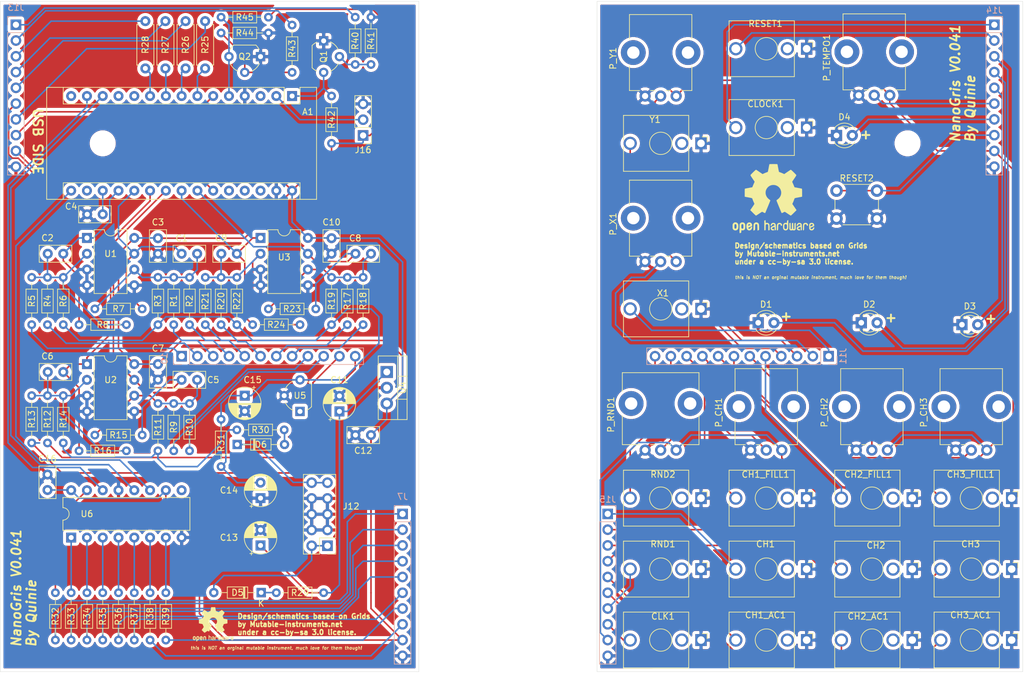
<source format=kicad_pcb>
(kicad_pcb (version 20171130) (host pcbnew "(5.1.6)-1")
  (layers (0 F.Cu signal) (31 B.Cu signal) (34 B.Paste user) (35 F.Paste user) (36 B.SilkS user) (37 F.SilkS user) (38 B.Mask user) (39 F.Mask user) (44 Edge.Cuts user))
  (net 0 "")
  (net 1 SCK)
  (net 2 MOSI)
  (net 3 GND)
  (net 4 SS)
  (net 5 P_TEMPO)
  (net 6 LED_CH1)
  (net 7 LED_CH2)
  (net 8 CV_CH3)
  (net 9 LED_CH3)
  (net 10 CV_CH2)
  (net 11 LED_CLOCK)
  (net 12 CV_CH1)
  (net 13 SW_RESET)
  (net 14 CV_RND)
  (net 15 IN_RESET)
  (net 16 CV_Y)
  (net 17 CV_X)
  (net 18 "Net-(A1-Pad18)")
  (net 19 IN_MIDI)
  (net 20 IN_CLOCK)
  (net 21 "Net-(C1-Pad2)")
  (net 22 "Net-(C2-Pad2)")
  (net 23 ref_5)
  (net 24 "Net-(C5-Pad2)")
  (net 25 "Net-(C6-Pad2)")
  (net 26 "Net-(C8-Pad2)")
  (net 27 "Net-(C9-Pad2)")
  (net 28 J_CH1)
  (net 29 J_CH2)
  (net 30 P_CH1)
  (net 31 P_CH2)
  (net 32 J_RND)
  (net 33 J_X)
  (net 34 J_Y)
  (net 35 J_CLK)
  (net 36 J_RESET)
  (net 37 P_Y)
  (net 38 P_X)
  (net 39 P_RND)
  (net 40 P_CH3)
  (net 41 J_CH3)
  (net 42 +12V)
  (net 43 -12V)
  (net 44 "Net-(D5-Pad2)")
  (net 45 "Net-(D5-Pad1)")
  (net 46 "Net-(D6-Pad2)")
  (net 47 "Net-(D6-Pad1)")
  (net 48 "Net-(Q1-Pad2)")
  (net 49 "Net-(Q2-Pad2)")
  (net 50 "Net-(R32-Pad2)")
  (net 51 CH1)
  (net 52 "Net-(R33-Pad2)")
  (net 53 CH2)
  (net 54 "Net-(R34-Pad2)")
  (net 55 CH3)
  (net 56 "Net-(R35-Pad2)")
  (net 57 CH1_ACC)
  (net 58 "Net-(R36-Pad2)")
  (net 59 CH2_ACC)
  (net 60 "Net-(R37-Pad2)")
  (net 61 CH3_ACC)
  (net 62 "Net-(R38-Pad2)")
  (net 63 CH_CLOCK)
  (net 64 "Net-(R39-Pad2)")
  (net 65 CH_RND)
  (net 66 "Net-(A1-Pad10)")
  (net 67 "Net-(A1-Pad9)")
  (net 68 "Net-(A1-Pad8)")
  (net 69 "Net-(A1-Pad7)")
  (net 70 +5V)
  (net 71 "Net-(A1-Pad15)")
  (net 72 "Net-(A1-Pad28)")
  (net 73 "Net-(A1-Pad12)")
  (net 74 "Net-(A1-Pad27)")
  (net 75 "Net-(A1-Pad11)")
  (net 76 "Net-(A1-Pad26)")
  (net 77 "Net-(A1-Pad3)")
  (net 78 "Net-(A1-Pad17)")
  (net 79 "Net-(U6-Pad9)")
  (module Capacitor_THT:C_Disc_D5.0mm_W2.5mm_P2.50mm (layer F.Cu) (at 154.94 55.92 270)
    (fp_text reference C10 (at -2.58 0 180) (layer F.SilkS))
    (fp_text value 100nf)
    (pad 2 thru_hole circle (at 2.5 0 270) (size 1.6 1.6) (drill 0.8) (layers *.Cu *.Mask) (net 3 GND))
    (pad 1 thru_hole circle (at 0 0 270) (size 1.6 1.6) (drill 0.8) (layers *.Cu *.Mask) (net 70 +5V))
  )
  (module Resistor_THT:R_Axial_DIN0204_L3.6mm_D1.6mm_P7.62mm_Horizontal (layer F.Cu) (at 139.7 62.23 270)
    (fp_text reference R22 (at 3.81 0 90) (layer F.SilkS))
    (fp_text value 100k)
    (pad 2 thru_hole oval (at 7.62 0 270) (size 1.4 1.4) (drill 0.7) (layers *.Cu *.Mask) (net 23 ref_5))
    (pad 1 thru_hole circle (at 0 0 270) (size 1.4 1.4) (drill 0.7) (layers *.Cu *.Mask) (net 27 "Net-(C9-Pad2)"))
  )
  (module Resistor_THT:R_Axial_DIN0204_L3.6mm_D1.6mm_P7.62mm_Horizontal (layer F.Cu) (at 124.46 67.31 180)
    (fp_text reference R7 (at 3.81 0) (layer F.SilkS))
    (fp_text value 100k)
    (pad 2 thru_hole oval (at 7.62 0 180) (size 1.4 1.4) (drill 0.7) (layers *.Cu *.Mask) (net 21 "Net-(C1-Pad2)"))
    (pad 1 thru_hole circle (at 0 0 180) (size 1.4 1.4) (drill 0.7) (layers *.Cu *.Mask) (net 16 CV_Y))
  )
  (module Resistor_THT:R_Axial_DIN0204_L3.6mm_D1.6mm_P7.62mm_Horizontal (layer F.Cu) (at 109.22 62.23 270)
    (fp_text reference R4 (at 3.81 0 90) (layer F.SilkS))
    (fp_text value 100k)
    (pad 2 thru_hole oval (at 7.62 0 270) (size 1.4 1.4) (drill 0.7) (layers *.Cu *.Mask) (net 38 P_X))
    (pad 1 thru_hole circle (at 0 0 270) (size 1.4 1.4) (drill 0.7) (layers *.Cu *.Mask) (net 22 "Net-(C2-Pad2)"))
  )
  (module Resistor_THT:R_Axial_DIN0207_L6.3mm_D2.5mm_P7.62mm_Horizontal (layer F.Cu) (at 124.968 28.575 90)
    (fp_text reference R28 (at 3.81 0 90) (layer F.SilkS))
    (fp_text value 100r)
    (pad 2 thru_hole oval (at 7.62 0 90) (size 1.6 1.6) (drill 0.8) (layers *.Cu *.Mask) (net 6 LED_CH1))
    (pad 1 thru_hole circle (at 0 0 90) (size 1.6 1.6) (drill 0.8) (layers *.Cu *.Mask) (net 66 "Net-(A1-Pad10)"))
  )
  (module Diode_THT:D_DO-34_SOD68_P7.62mm_Horizontal (layer F.Cu) (at 139.7508 89.154)
    (fp_text reference D6 (at 3.81 0) (layer F.SilkS))
    (fp_text value 1n4148)
    (pad 2 thru_hole oval (at 7.62 0) (size 1.5 1.5) (drill 0.75) (layers *.Cu *.Mask) (net 46 "Net-(D6-Pad2)"))
    (pad 1 thru_hole rect (at 0 0) (size 1.5 1.5) (drill 0.75) (layers *.Cu *.Mask) (net 47 "Net-(D6-Pad1)"))
  )
  (module Resistor_THT:R_Axial_DIN0204_L3.6mm_D1.6mm_P7.62mm_Horizontal (layer F.Cu) (at 113.03 120.65 90)
    (fp_text reference R33 (at 3.81 0 90) (layer F.SilkS))
    (fp_text value 1k)
    (pad 2 thru_hole oval (at 7.62 0 90) (size 1.4 1.4) (drill 0.7) (layers *.Cu *.Mask) (net 52 "Net-(R33-Pad2)"))
    (pad 1 thru_hole circle (at 0 0 90) (size 1.4 1.4) (drill 0.7) (layers *.Cu *.Mask) (net 53 CH2))
  )
  (module Resistor_THT:R_Axial_DIN0204_L3.6mm_D1.6mm_P7.62mm_Horizontal (layer F.Cu) (at 153.67 113.03 180)
    (fp_text reference R29 (at 3.81 0) (layer F.SilkS))
    (fp_text value 10r)
    (pad 2 thru_hole oval (at 7.62 0 180) (size 1.4 1.4) (drill 0.7) (layers *.Cu *.Mask) (net 45 "Net-(D5-Pad1)"))
    (pad 1 thru_hole circle (at 0 0 180) (size 1.4 1.4) (drill 0.7) (layers *.Cu *.Mask) (net 42 +12V))
  )
  (module Package_DIP:DIP-8_W7.62mm (layer F.Cu) (at 143.51 55.88)
    (fp_text reference U3 (at 3.81 3.1) (layer F.SilkS))
    (fp_text value MCP6002_1)
    (pad 8 thru_hole oval (at 7.62 0) (size 1.6 1.6) (drill 0.8) (layers *.Cu *.Mask) (net 70 +5V))
    (pad 4 thru_hole oval (at 0 7.62) (size 1.6 1.6) (drill 0.8) (layers *.Cu *.Mask) (net 3 GND))
    (pad 7 thru_hole oval (at 7.62 2.54) (size 1.6 1.6) (drill 0.8) (layers *.Cu *.Mask) (net 8 CV_CH3))
    (pad 3 thru_hole oval (at 0 5.08) (size 1.6 1.6) (drill 0.8) (layers *.Cu *.Mask) (net 3 GND))
    (pad 6 thru_hole oval (at 7.62 5.08) (size 1.6 1.6) (drill 0.8) (layers *.Cu *.Mask) (net 26 "Net-(C8-Pad2)"))
    (pad 2 thru_hole oval (at 0 2.54) (size 1.6 1.6) (drill 0.8) (layers *.Cu *.Mask) (net 27 "Net-(C9-Pad2)"))
    (pad 5 thru_hole oval (at 7.62 7.62) (size 1.6 1.6) (drill 0.8) (layers *.Cu *.Mask) (net 3 GND))
    (pad 1 thru_hole rect (at 0 0) (size 1.6 1.6) (drill 0.8) (layers *.Cu *.Mask) (net 10 CV_CH2))
  )
  (module Package_TO_SOT_THT:TO-92_Wide (layer F.Cu) (at 143.51 26.67 180)
    (fp_text reference Q2 (at 2.55 0) (layer F.SilkS))
    (fp_text value 2N3904)
    (pad 1 thru_hole rect (at 0 0 270) (size 1.5 1.5) (drill 0.8) (layers *.Cu *.Mask) (net 3 GND))
    (pad 3 thru_hole circle (at 5.08 0 270) (size 1.5 1.5) (drill 0.8) (layers *.Cu *.Mask) (net 15 IN_RESET))
    (pad 2 thru_hole circle (at 2.54 -2.54 270) (size 1.5 1.5) (drill 0.8) (layers *.Cu *.Mask) (net 49 "Net-(Q2-Pad2)"))
  )
  (module Resistor_THT:R_Axial_DIN0204_L3.6mm_D1.6mm_P7.62mm_Horizontal (layer F.Cu) (at 147.32 86.7918 180)
    (fp_text reference R30 (at 3.81 0) (layer F.SilkS))
    (fp_text value 10r)
    (pad 2 thru_hole oval (at 7.62 0 180) (size 1.4 1.4) (drill 0.7) (layers *.Cu *.Mask) (net 43 -12V))
    (pad 1 thru_hole circle (at 0 0 180) (size 1.4 1.4) (drill 0.7) (layers *.Cu *.Mask) (net 46 "Net-(D6-Pad2)"))
  )
  (module Package_TO_SOT_THT:TO-92_Wide (layer F.Cu) (at 153.67 24.13 270)
    (fp_text reference Q1 (at 2.55 0 90) (layer F.SilkS))
    (fp_text value 2N3904)
    (pad 1 thru_hole rect (at 0 0) (size 1.5 1.5) (drill 0.8) (layers *.Cu *.Mask) (net 3 GND))
    (pad 3 thru_hole circle (at 5.08 0) (size 1.5 1.5) (drill 0.8) (layers *.Cu *.Mask) (net 20 IN_CLOCK))
    (pad 2 thru_hole circle (at 2.54 -2.54) (size 1.5 1.5) (drill 0.8) (layers *.Cu *.Mask) (net 48 "Net-(Q1-Pad2)"))
  )
  (module Capacitor_THT:C_Disc_D5.0mm_W2.5mm_P2.50mm (layer F.Cu) (at 158.79 58.42)
    (fp_text reference C8 (at -0.04 -2.5) (layer F.SilkS))
    (fp_text value 10nf)
    (pad 2 thru_hole circle (at 2.5 0) (size 1.6 1.6) (drill 0.8) (layers *.Cu *.Mask) (net 26 "Net-(C8-Pad2)"))
    (pad 1 thru_hole circle (at 0 0) (size 1.6 1.6) (drill 0.8) (layers *.Cu *.Mask) (net 8 CV_CH3))
  )
  (module Connector_PinHeader_2.54mm:PinHeader_2x05_P2.54mm_Vertical (layer F.Cu) (at 154.2796 105.4608 180)
    (fp_text reference J12 (at -3.81 6.35) (layer F.SilkS))
    (fp_text value Conn_02x05_Odd_Even)
    (pad 10 thru_hole oval (at 2.54 10.16 180) (size 1.7 1.7) (drill 1) (layers *.Cu *.Mask) (net 47 "Net-(D6-Pad1)"))
    (pad 9 thru_hole oval (at 0 10.16 180) (size 1.7 1.7) (drill 1) (layers *.Cu *.Mask) (net 47 "Net-(D6-Pad1)"))
    (pad 8 thru_hole oval (at 2.54 7.62 180) (size 1.7 1.7) (drill 1) (layers *.Cu *.Mask) (net 3 GND))
    (pad 7 thru_hole oval (at 0 7.62 180) (size 1.7 1.7) (drill 1) (layers *.Cu *.Mask) (net 3 GND))
    (pad 6 thru_hole oval (at 2.54 5.08 180) (size 1.7 1.7) (drill 1) (layers *.Cu *.Mask) (net 3 GND))
    (pad 5 thru_hole oval (at 0 5.08 180) (size 1.7 1.7) (drill 1) (layers *.Cu *.Mask) (net 3 GND))
    (pad 4 thru_hole oval (at 2.54 2.54 180) (size 1.7 1.7) (drill 1) (layers *.Cu *.Mask) (net 3 GND))
    (pad 3 thru_hole oval (at 0 2.54 180) (size 1.7 1.7) (drill 1) (layers *.Cu *.Mask) (net 3 GND))
    (pad 2 thru_hole oval (at 2.54 0 180) (size 1.7 1.7) (drill 1) (layers *.Cu *.Mask) (net 44 "Net-(D5-Pad2)"))
    (pad 1 thru_hole rect (at 0 0 180) (size 1.7 1.7) (drill 1) (layers *.Cu *.Mask) (net 44 "Net-(D5-Pad2)"))
  )
  (module Resistor_THT:R_Axial_DIN0204_L3.6mm_D1.6mm_P7.62mm_Horizontal (layer F.Cu) (at 154.94 62.23 270)
    (fp_text reference R19 (at 3.81 0 90) (layer F.SilkS))
    (fp_text value 100k)
    (pad 2 thru_hole oval (at 7.62 0 270) (size 1.4 1.4) (drill 0.7) (layers *.Cu *.Mask) (net 23 ref_5))
    (pad 1 thru_hole circle (at 0 0 270) (size 1.4 1.4) (drill 0.7) (layers *.Cu *.Mask) (net 26 "Net-(C8-Pad2)"))
  )
  (module Capacitor_THT:C_Disc_D5.0mm_W2.5mm_P2.50mm (layer F.Cu) (at 139.7 58.42 180)
    (fp_text reference C9 (at 2.54 2.54) (layer F.SilkS))
    (fp_text value 10nf)
    (pad 2 thru_hole circle (at 2.5 0 180) (size 1.6 1.6) (drill 0.8) (layers *.Cu *.Mask) (net 27 "Net-(C9-Pad2)"))
    (pad 1 thru_hole circle (at 0 0 180) (size 1.6 1.6) (drill 0.8) (layers *.Cu *.Mask) (net 10 CV_CH2))
  )
  (module Capacitor_THT:C_Disc_D5.0mm_W2.5mm_P2.50mm (layer F.Cu) (at 111.76 58.42 180)
    (fp_text reference C2 (at 2.54 2.54) (layer F.SilkS))
    (fp_text value 10nf)
    (pad 2 thru_hole circle (at 2.5 0 180) (size 1.6 1.6) (drill 0.8) (layers *.Cu *.Mask) (net 22 "Net-(C2-Pad2)"))
    (pad 1 thru_hole circle (at 0 0 180) (size 1.6 1.6) (drill 0.8) (layers *.Cu *.Mask) (net 17 CV_X))
  )
  (module Resistor_THT:R_Axial_DIN0207_L6.3mm_D2.5mm_P7.62mm_Horizontal (layer F.Cu) (at 134.5946 28.575 90)
    (fp_text reference R25 (at 3.81 0 90) (layer F.SilkS))
    (fp_text value 100r)
    (pad 2 thru_hole oval (at 7.62 0 90) (size 1.6 1.6) (drill 0.8) (layers *.Cu *.Mask) (net 11 LED_CLOCK))
    (pad 1 thru_hole circle (at 0 0 90) (size 1.6 1.6) (drill 0.8) (layers *.Cu *.Mask) (net 69 "Net-(A1-Pad7)"))
  )
  (module Resistor_THT:R_Axial_DIN0204_L3.6mm_D1.6mm_P7.62mm_Horizontal (layer F.Cu) (at 110.49 120.65 90)
    (fp_text reference R32 (at 3.81 0 90) (layer F.SilkS))
    (fp_text value 1k)
    (pad 2 thru_hole oval (at 7.62 0 90) (size 1.4 1.4) (drill 0.7) (layers *.Cu *.Mask) (net 50 "Net-(R32-Pad2)"))
    (pad 1 thru_hole circle (at 0 0 90) (size 1.4 1.4) (drill 0.7) (layers *.Cu *.Mask) (net 51 CH1))
  )
  (module Resistor_THT:R_Axial_DIN0204_L3.6mm_D1.6mm_P7.62mm_Horizontal (layer F.Cu) (at 134.62 62.23 270)
    (fp_text reference R21 (at 3.81 0 90) (layer F.SilkS))
    (fp_text value 100k)
    (pad 2 thru_hole oval (at 7.62 0 270) (size 1.4 1.4) (drill 0.7) (layers *.Cu *.Mask) (net 29 J_CH2))
    (pad 1 thru_hole circle (at 0 0 270) (size 1.4 1.4) (drill 0.7) (layers *.Cu *.Mask) (net 27 "Net-(C9-Pad2)"))
  )
  (module Capacitor_THT:CP_Radial_D5.0mm_P2.50mm (layer F.Cu) (at 143.51 97.79 90)
    (fp_text reference C14 (at 1.27 -5.08 180) (layer F.SilkS))
    (fp_text value 10uf)
    (pad 2 thru_hole circle (at 2.5 0 90) (size 1.6 1.6) (drill 0.8) (layers *.Cu *.Mask) (net 43 -12V))
    (pad 1 thru_hole rect (at 0 0 90) (size 1.6 1.6) (drill 0.8) (layers *.Cu *.Mask) (net 3 GND))
  )
  (module Capacitor_THT:CP_Radial_D5.0mm_P2.50mm (layer F.Cu) (at 140.97 81.28 270)
    (fp_text reference C15 (at -2.54 -1.27 180) (layer F.SilkS))
    (fp_text value 0.47uf)
    (pad 2 thru_hole circle (at 2.5 0 270) (size 1.6 1.6) (drill 0.8) (layers *.Cu *.Mask) (net 3 GND))
    (pad 1 thru_hole rect (at 0 0 270) (size 1.6 1.6) (drill 0.8) (layers *.Cu *.Mask) (net 23 ref_5))
  )
  (module Resistor_THT:R_Axial_DIN0204_L3.6mm_D1.6mm_P7.62mm_Horizontal (layer F.Cu) (at 137.16 92.71 90)
    (fp_text reference R31 (at 3.81 0 90) (layer F.SilkS))
    (fp_text value 100k)
    (pad 2 thru_hole oval (at 7.62 0 90) (size 1.4 1.4) (drill 0.7) (layers *.Cu *.Mask) (net 23 ref_5))
    (pad 1 thru_hole circle (at 0 0 90) (size 1.4 1.4) (drill 0.7) (layers *.Cu *.Mask) (net 43 -12V))
  )
  (module Package_DIP:DIP-8_W7.62mm (layer F.Cu) (at 115.57 76.2)
    (fp_text reference U2 (at 3.81 2.54) (layer F.SilkS))
    (fp_text value MCP6002_1)
    (pad 8 thru_hole oval (at 7.62 0) (size 1.6 1.6) (drill 0.8) (layers *.Cu *.Mask) (net 70 +5V))
    (pad 4 thru_hole oval (at 0 7.62) (size 1.6 1.6) (drill 0.8) (layers *.Cu *.Mask) (net 3 GND))
    (pad 7 thru_hole oval (at 7.62 2.54) (size 1.6 1.6) (drill 0.8) (layers *.Cu *.Mask) (net 12 CV_CH1))
    (pad 3 thru_hole oval (at 0 5.08) (size 1.6 1.6) (drill 0.8) (layers *.Cu *.Mask) (net 3 GND))
    (pad 6 thru_hole oval (at 7.62 5.08) (size 1.6 1.6) (drill 0.8) (layers *.Cu *.Mask) (net 24 "Net-(C5-Pad2)"))
    (pad 2 thru_hole oval (at 0 2.54) (size 1.6 1.6) (drill 0.8) (layers *.Cu *.Mask) (net 25 "Net-(C6-Pad2)"))
    (pad 5 thru_hole oval (at 7.62 7.62) (size 1.6 1.6) (drill 0.8) (layers *.Cu *.Mask) (net 3 GND))
    (pad 1 thru_hole rect (at 0 0) (size 1.6 1.6) (drill 0.8) (layers *.Cu *.Mask) (net 14 CV_RND))
  )
  (module Resistor_THT:R_Axial_DIN0204_L3.6mm_D1.6mm_P7.62mm_Horizontal (layer F.Cu) (at 137.16 62.23 270)
    (fp_text reference R20 (at 3.81 0 90) (layer F.SilkS))
    (fp_text value 100k)
    (pad 2 thru_hole oval (at 7.62 0 270) (size 1.4 1.4) (drill 0.7) (layers *.Cu *.Mask) (net 31 P_CH2))
    (pad 1 thru_hole circle (at 0 0 270) (size 1.4 1.4) (drill 0.7) (layers *.Cu *.Mask) (net 27 "Net-(C9-Pad2)"))
  )
  (module Package_TO_SOT_THT:TO-92_Wide (layer F.Cu) (at 149.86 83.82 90)
    (fp_text reference U5 (at 2.55 0 180) (layer F.SilkS))
    (fp_text value LM4040LP-5)
    (pad 1 thru_hole rect (at 0 0 180) (size 1.5 1.5) (drill 0.8) (layers *.Cu *.Mask))
    (pad 3 thru_hole circle (at 5.08 0 180) (size 1.5 1.5) (drill 0.8) (layers *.Cu *.Mask) (net 23 ref_5))
    (pad 2 thru_hole circle (at 2.54 -2.54 180) (size 1.5 1.5) (drill 0.8) (layers *.Cu *.Mask) (net 3 GND))
  )
  (module Resistor_THT:R_Axial_DIN0204_L3.6mm_D1.6mm_P7.62mm_Horizontal (layer F.Cu) (at 111.76 62.23 270)
    (fp_text reference R6 (at 3.81 0 90) (layer F.SilkS))
    (fp_text value 100k)
    (pad 2 thru_hole oval (at 7.62 0 270) (size 1.4 1.4) (drill 0.7) (layers *.Cu *.Mask) (net 23 ref_5))
    (pad 1 thru_hole circle (at 0 0 270) (size 1.4 1.4) (drill 0.7) (layers *.Cu *.Mask) (net 22 "Net-(C2-Pad2)"))
  )
  (module Connector_PinSocket_2.54mm:PinSocket_1x12_P2.54mm_Vertical (layer B.Cu) (at 130.81 74.93 270)
    (fp_text reference J10 (at 0 2.77 90) (layer B.SilkS) (effects (justify mirror)))
    (fp_text value Conn_01x12)
    (pad 12 thru_hole oval (at 0 -27.94 270) (size 1.7 1.7) (drill 1) (layers *.Cu *.Mask) (net 32 J_RND))
    (pad 11 thru_hole oval (at 0 -25.4 270) (size 1.7 1.7) (drill 1) (layers *.Cu *.Mask) (net 39 P_RND))
    (pad 10 thru_hole oval (at 0 -22.86 270) (size 1.7 1.7) (drill 1) (layers *.Cu *.Mask) (net 28 J_CH1))
    (pad 9 thru_hole oval (at 0 -20.32 270) (size 1.7 1.7) (drill 1) (layers *.Cu *.Mask) (net 30 P_CH1))
    (pad 8 thru_hole oval (at 0 -17.78 270) (size 1.7 1.7) (drill 1) (layers *.Cu *.Mask) (net 41 J_CH3))
    (pad 7 thru_hole oval (at 0 -15.24 270) (size 1.7 1.7) (drill 1) (layers *.Cu *.Mask) (net 40 P_CH3))
    (pad 6 thru_hole oval (at 0 -12.7 270) (size 1.7 1.7) (drill 1) (layers *.Cu *.Mask) (net 31 P_CH2))
    (pad 5 thru_hole oval (at 0 -10.16 270) (size 1.7 1.7) (drill 1) (layers *.Cu *.Mask) (net 29 J_CH2))
    (pad 4 thru_hole oval (at 0 -7.62 270) (size 1.7 1.7) (drill 1) (layers *.Cu *.Mask) (net 34 J_Y))
    (pad 3 thru_hole oval (at 0 -5.08 270) (size 1.7 1.7) (drill 1) (layers *.Cu *.Mask) (net 37 P_Y))
    (pad 2 thru_hole oval (at 0 -2.54 270) (size 1.7 1.7) (drill 1) (layers *.Cu *.Mask) (net 38 P_X))
    (pad 1 thru_hole rect (at 0 0 270) (size 1.7 1.7) (drill 1) (layers *.Cu *.Mask) (net 33 J_X))
  )
  (module Connector_PinSocket_2.54mm:PinSocket_1x10_P2.54mm_Vertical (layer B.Cu) (at 166.37 100.33 180)
    (fp_text reference J7 (at 0 2.77) (layer B.SilkS) (effects (justify mirror)))
    (fp_text value Conn_01x10)
    (pad 10 thru_hole oval (at 0 -22.86 180) (size 1.7 1.7) (drill 1) (layers *.Cu *.Mask) (net 3 GND))
    (pad 9 thru_hole oval (at 0 -20.32 180) (size 1.7 1.7) (drill 1) (layers *.Cu *.Mask) (net 70 +5V))
    (pad 8 thru_hole oval (at 0 -17.78 180) (size 1.7 1.7) (drill 1) (layers *.Cu *.Mask) (net 63 CH_CLOCK))
    (pad 7 thru_hole oval (at 0 -15.24 180) (size 1.7 1.7) (drill 1) (layers *.Cu *.Mask) (net 65 CH_RND))
    (pad 6 thru_hole oval (at 0 -12.7 180) (size 1.7 1.7) (drill 1) (layers *.Cu *.Mask) (net 61 CH3_ACC))
    (pad 5 thru_hole oval (at 0 -10.16 180) (size 1.7 1.7) (drill 1) (layers *.Cu *.Mask) (net 59 CH2_ACC))
    (pad 4 thru_hole oval (at 0 -7.62 180) (size 1.7 1.7) (drill 1) (layers *.Cu *.Mask) (net 57 CH1_ACC))
    (pad 3 thru_hole oval (at 0 -5.08 180) (size 1.7 1.7) (drill 1) (layers *.Cu *.Mask) (net 55 CH3))
    (pad 2 thru_hole oval (at 0 -2.54 180) (size 1.7 1.7) (drill 1) (layers *.Cu *.Mask) (net 53 CH2))
    (pad 1 thru_hole rect (at 0 0 180) (size 1.7 1.7) (drill 1) (layers *.Cu *.Mask) (net 51 CH1))
  )
  (module Connector_PinSocket_2.54mm:PinSocket_1x10_P2.54mm_Vertical (layer B.Cu) (at 104.14 21.54 180)
    (fp_text reference J13 (at 0 2.77) (layer B.SilkS) (effects (justify mirror)))
    (fp_text value Conn_01x10 hide)
    (pad 10 thru_hole oval (at 0 -22.86 180) (size 1.7 1.7) (drill 1) (layers *.Cu *.Mask) (net 3 GND))
    (pad 9 thru_hole oval (at 0 -20.32 180) (size 1.7 1.7) (drill 1) (layers *.Cu *.Mask) (net 70 +5V))
    (pad 8 thru_hole oval (at 0 -17.78 180) (size 1.7 1.7) (drill 1) (layers *.Cu *.Mask) (net 13 SW_RESET))
    (pad 7 thru_hole oval (at 0 -15.24 180) (size 1.7 1.7) (drill 1) (layers *.Cu *.Mask) (net 11 LED_CLOCK))
    (pad 6 thru_hole oval (at 0 -12.7 180) (size 1.7 1.7) (drill 1) (layers *.Cu *.Mask) (net 5 P_TEMPO))
    (pad 5 thru_hole oval (at 0 -10.16 180) (size 1.7 1.7) (drill 1) (layers *.Cu *.Mask) (net 9 LED_CH3))
    (pad 4 thru_hole oval (at 0 -7.62 180) (size 1.7 1.7) (drill 1) (layers *.Cu *.Mask) (net 7 LED_CH2))
    (pad 3 thru_hole oval (at 0 -5.08 180) (size 1.7 1.7) (drill 1) (layers *.Cu *.Mask) (net 6 LED_CH1))
    (pad 2 thru_hole oval (at 0 -2.54 180) (size 1.7 1.7) (drill 1) (layers *.Cu *.Mask) (net 36 J_RESET))
    (pad 1 thru_hole rect (at 0 0 180) (size 1.7 1.7) (drill 1) (layers *.Cu *.Mask) (net 35 J_CLK))
  )
  (module MountingHole:MountingHole_3.2mm_M3 (layer F.Cu) (at 118.11 40.64)
    (fp_text reference H1 hide)
    (fp_text value MountingHole)
    (pad 1 np_thru_hole circle (at 0 0) (size 3.2 3.2) (drill 3.2) (layers *.Cu *.Mask))
  )
  (module Resistor_THT:R_Axial_DIN0204_L3.6mm_D1.6mm_P7.62mm_Horizontal (layer F.Cu) (at 132.08 62.23 270)
    (fp_text reference R2 (at 3.81 0 90) (layer F.SilkS))
    (fp_text value 100k)
    (pad 2 thru_hole oval (at 7.62 0 270) (size 1.4 1.4) (drill 0.7) (layers *.Cu *.Mask) (net 34 J_Y))
    (pad 1 thru_hole circle (at 0 0 270) (size 1.4 1.4) (drill 0.7) (layers *.Cu *.Mask) (net 21 "Net-(C1-Pad2)"))
  )
  (module Resistor_THT:R_Axial_DIN0204_L3.6mm_D1.6mm_P7.62mm_Horizontal (layer F.Cu) (at 114.3 69.85)
    (fp_text reference R8 (at 3.81 0) (layer F.SilkS))
    (fp_text value 100k)
    (pad 2 thru_hole oval (at 7.62 0) (size 1.4 1.4) (drill 0.7) (layers *.Cu *.Mask) (net 22 "Net-(C2-Pad2)"))
    (pad 1 thru_hole circle (at 0 0) (size 1.4 1.4) (drill 0.7) (layers *.Cu *.Mask) (net 17 CV_X))
  )
  (module Capacitor_THT:C_Disc_D5.0mm_W2.5mm_P2.50mm (layer F.Cu) (at 161.29 87.63 180)
    (fp_text reference C12 (at 1.25 -2.5) (layer F.SilkS))
    (fp_text value 10nf)
    (pad 2 thru_hole circle (at 2.5 0 180) (size 1.6 1.6) (drill 0.8) (layers *.Cu *.Mask) (net 3 GND))
    (pad 1 thru_hole circle (at 0 0 180) (size 1.6 1.6) (drill 0.8) (layers *.Cu *.Mask) (net 70 +5V))
  )
  (module Capacitor_THT:CP_Radial_D5.0mm_P2.50mm (layer F.Cu) (at 156.21 83.82 90)
    (fp_text reference C11 (at 5.08 0 180) (layer F.SilkS))
    (fp_text value 0.47uf)
    (pad 2 thru_hole circle (at 2.5 0 90) (size 1.6 1.6) (drill 0.8) (layers *.Cu *.Mask) (net 3 GND))
    (pad 1 thru_hole rect (at 0 0 90) (size 1.6 1.6) (drill 0.8) (layers *.Cu *.Mask) (net 42 +12V))
  )
  (module Module:Arduino_Nano (layer F.Cu) (at 148.59 33.02 270)
    (fp_text reference A1 (at 2.54 -2.54 180) (layer F.SilkS))
    (fp_text value Arduino_Nano_v2.x)
    (pad 16 thru_hole oval (at 15.24 35.56 270) (size 1.6 1.6) (drill 0.8) (layers *.Cu *.Mask) (net 1 SCK))
    (pad 15 thru_hole oval (at 0 35.56 270) (size 1.6 1.6) (drill 0.8) (layers *.Cu *.Mask) (net 71 "Net-(A1-Pad15)"))
    (pad 30 thru_hole oval (at 15.24 0 270) (size 1.6 1.6) (drill 0.8) (layers *.Cu *.Mask) (net 70 +5V))
    (pad 14 thru_hole oval (at 0 33.02 270) (size 1.6 1.6) (drill 0.8) (layers *.Cu *.Mask) (net 2 MOSI))
    (pad 29 thru_hole oval (at 15.24 2.54 270) (size 1.6 1.6) (drill 0.8) (layers *.Cu *.Mask) (net 3 GND))
    (pad 13 thru_hole oval (at 0 30.48 270) (size 1.6 1.6) (drill 0.8) (layers *.Cu *.Mask) (net 4 SS))
    (pad 28 thru_hole oval (at 15.24 5.08 270) (size 1.6 1.6) (drill 0.8) (layers *.Cu *.Mask) (net 72 "Net-(A1-Pad28)"))
    (pad 12 thru_hole oval (at 0 27.94 270) (size 1.6 1.6) (drill 0.8) (layers *.Cu *.Mask) (net 73 "Net-(A1-Pad12)"))
    (pad 27 thru_hole oval (at 15.24 7.62 270) (size 1.6 1.6) (drill 0.8) (layers *.Cu *.Mask) (net 74 "Net-(A1-Pad27)"))
    (pad 11 thru_hole oval (at 0 25.4 270) (size 1.6 1.6) (drill 0.8) (layers *.Cu *.Mask) (net 75 "Net-(A1-Pad11)"))
    (pad 26 thru_hole oval (at 15.24 10.16 270) (size 1.6 1.6) (drill 0.8) (layers *.Cu *.Mask) (net 76 "Net-(A1-Pad26)"))
    (pad 10 thru_hole oval (at 0 22.86 270) (size 1.6 1.6) (drill 0.8) (layers *.Cu *.Mask) (net 66 "Net-(A1-Pad10)"))
    (pad 25 thru_hole oval (at 15.24 12.7 270) (size 1.6 1.6) (drill 0.8) (layers *.Cu *.Mask) (net 5 P_TEMPO))
    (pad 9 thru_hole oval (at 0 20.32 270) (size 1.6 1.6) (drill 0.8) (layers *.Cu *.Mask) (net 67 "Net-(A1-Pad9)"))
    (pad 24 thru_hole oval (at 15.24 15.24 270) (size 1.6 1.6) (drill 0.8) (layers *.Cu *.Mask) (net 8 CV_CH3))
    (pad 8 thru_hole oval (at 0 17.78 270) (size 1.6 1.6) (drill 0.8) (layers *.Cu *.Mask) (net 68 "Net-(A1-Pad8)"))
    (pad 23 thru_hole oval (at 15.24 17.78 270) (size 1.6 1.6) (drill 0.8) (layers *.Cu *.Mask) (net 10 CV_CH2))
    (pad 7 thru_hole oval (at 0 15.24 270) (size 1.6 1.6) (drill 0.8) (layers *.Cu *.Mask) (net 69 "Net-(A1-Pad7)"))
    (pad 22 thru_hole oval (at 15.24 20.32 270) (size 1.6 1.6) (drill 0.8) (layers *.Cu *.Mask) (net 12 CV_CH1))
    (pad 6 thru_hole oval (at 0 12.7 270) (size 1.6 1.6) (drill 0.8) (layers *.Cu *.Mask) (net 13 SW_RESET))
    (pad 21 thru_hole oval (at 15.24 22.86 270) (size 1.6 1.6) (drill 0.8) (layers *.Cu *.Mask) (net 14 CV_RND))
    (pad 5 thru_hole oval (at 0 10.16 270) (size 1.6 1.6) (drill 0.8) (layers *.Cu *.Mask) (net 15 IN_RESET))
    (pad 20 thru_hole oval (at 15.24 25.4 270) (size 1.6 1.6) (drill 0.8) (layers *.Cu *.Mask) (net 16 CV_Y))
    (pad 4 thru_hole oval (at 0 7.62 270) (size 1.6 1.6) (drill 0.8) (layers *.Cu *.Mask) (net 3 GND))
    (pad 19 thru_hole oval (at 15.24 27.94 270) (size 1.6 1.6) (drill 0.8) (layers *.Cu *.Mask) (net 17 CV_X))
    (pad 3 thru_hole oval (at 0 5.08 270) (size 1.6 1.6) (drill 0.8) (layers *.Cu *.Mask) (net 77 "Net-(A1-Pad3)"))
    (pad 18 thru_hole oval (at 15.24 30.48 270) (size 1.6 1.6) (drill 0.8) (layers *.Cu *.Mask) (net 18 "Net-(A1-Pad18)"))
    (pad 2 thru_hole oval (at 0 2.54 270) (size 1.6 1.6) (drill 0.8) (layers *.Cu *.Mask) (net 19 IN_MIDI))
    (pad 17 thru_hole oval (at 15.24 33.02 270) (size 1.6 1.6) (drill 0.8) (layers *.Cu *.Mask) (net 78 "Net-(A1-Pad17)"))
    (pad 1 thru_hole rect (at 0 0 270) (size 1.6 1.6) (drill 0.8) (layers *.Cu *.Mask) (net 20 IN_CLOCK))
  )
  (module Package_DIP:DIP-8_W7.62mm (layer F.Cu) (at 115.57 55.88)
    (fp_text reference U1 (at 3.81 2.54) (layer F.SilkS))
    (fp_text value MCP6002_1)
    (pad 8 thru_hole oval (at 7.62 0) (size 1.6 1.6) (drill 0.8) (layers *.Cu *.Mask) (net 70 +5V))
    (pad 4 thru_hole oval (at 0 7.62) (size 1.6 1.6) (drill 0.8) (layers *.Cu *.Mask) (net 3 GND))
    (pad 7 thru_hole oval (at 7.62 2.54) (size 1.6 1.6) (drill 0.8) (layers *.Cu *.Mask) (net 16 CV_Y))
    (pad 3 thru_hole oval (at 0 5.08) (size 1.6 1.6) (drill 0.8) (layers *.Cu *.Mask) (net 3 GND))
    (pad 6 thru_hole oval (at 7.62 5.08) (size 1.6 1.6) (drill 0.8) (layers *.Cu *.Mask) (net 21 "Net-(C1-Pad2)"))
    (pad 2 thru_hole oval (at 0 2.54) (size 1.6 1.6) (drill 0.8) (layers *.Cu *.Mask) (net 22 "Net-(C2-Pad2)"))
    (pad 5 thru_hole oval (at 7.62 7.62) (size 1.6 1.6) (drill 0.8) (layers *.Cu *.Mask) (net 3 GND))
    (pad 1 thru_hole rect (at 0 0) (size 1.6 1.6) (drill 0.8) (layers *.Cu *.Mask) (net 17 CV_X))
  )
  (module Resistor_THT:R_Axial_DIN0204_L3.6mm_D1.6mm_P7.62mm_Horizontal (layer F.Cu) (at 148.59 29.21 90)
    (fp_text reference R43 (at 3.81 0 90) (layer F.SilkS))
    (fp_text value 100k)
    (pad 2 thru_hole oval (at 7.62 0 90) (size 1.4 1.4) (drill 0.7) (layers *.Cu *.Mask) (net 36 J_RESET))
    (pad 1 thru_hole circle (at 0 0 90) (size 1.4 1.4) (drill 0.7) (layers *.Cu *.Mask) (net 49 "Net-(Q2-Pad2)"))
  )
  (module Resistor_THT:R_Axial_DIN0204_L3.6mm_D1.6mm_P7.62mm_Horizontal (layer F.Cu) (at 129.54 82.55 270)
    (fp_text reference R9 (at 3.81 0 90) (layer F.SilkS))
    (fp_text value 100k)
    (pad 2 thru_hole oval (at 7.62 0 270) (size 1.4 1.4) (drill 0.7) (layers *.Cu *.Mask) (net 30 P_CH1))
    (pad 1 thru_hole circle (at 0 0 270) (size 1.4 1.4) (drill 0.7) (layers *.Cu *.Mask) (net 24 "Net-(C5-Pad2)"))
  )
  (module Resistor_THT:R_Axial_DIN0204_L3.6mm_D1.6mm_P7.62mm_Horizontal (layer F.Cu) (at 161.29 27.94 90)
    (fp_text reference R41 (at 3.81 0 90) (layer F.SilkS))
    (fp_text value 100k)
    (pad 2 thru_hole oval (at 7.62 0 90) (size 1.4 1.4) (drill 0.7) (layers *.Cu *.Mask) (net 3 GND))
    (pad 1 thru_hole circle (at 0 0 90) (size 1.4 1.4) (drill 0.7) (layers *.Cu *.Mask) (net 48 "Net-(Q1-Pad2)"))
  )
  (module Resistor_THT:R_Axial_DIN0204_L3.6mm_D1.6mm_P7.62mm_Horizontal (layer F.Cu) (at 109.22 81.28 270)
    (fp_text reference R12 (at 3.81 0 90) (layer F.SilkS))
    (fp_text value 100k)
    (pad 2 thru_hole oval (at 7.62 0 270) (size 1.4 1.4) (drill 0.7) (layers *.Cu *.Mask) (net 39 P_RND))
    (pad 1 thru_hole circle (at 0 0 270) (size 1.4 1.4) (drill 0.7) (layers *.Cu *.Mask) (net 25 "Net-(C6-Pad2)"))
  )
  (module Capacitor_THT:C_Disc_D5.0mm_W2.5mm_P2.50mm (layer F.Cu) (at 127 55.92 270)
    (fp_text reference C3 (at -2.58 0 180) (layer F.SilkS))
    (fp_text value 100nf)
    (pad 2 thru_hole circle (at 2.5 0 270) (size 1.6 1.6) (drill 0.8) (layers *.Cu *.Mask) (net 3 GND))
    (pad 1 thru_hole circle (at 0 0 270) (size 1.6 1.6) (drill 0.8) (layers *.Cu *.Mask) (net 70 +5V))
  )
  (module Resistor_THT:R_Axial_DIN0204_L3.6mm_D1.6mm_P7.62mm_Horizontal (layer F.Cu) (at 111.76 81.28 270)
    (fp_text reference R14 (at 3.81 0 90) (layer F.SilkS))
    (fp_text value 100k)
    (pad 2 thru_hole oval (at 7.62 0 270) (size 1.4 1.4) (drill 0.7) (layers *.Cu *.Mask) (net 23 ref_5))
    (pad 1 thru_hole circle (at 0 0 270) (size 1.4 1.4) (drill 0.7) (layers *.Cu *.Mask) (net 25 "Net-(C6-Pad2)"))
  )
  (module Resistor_THT:R_Axial_DIN0204_L3.6mm_D1.6mm_P7.62mm_Horizontal (layer F.Cu) (at 120.65 120.65 90)
    (fp_text reference R36 (at 3.81 0 90) (layer F.SilkS))
    (fp_text value 1k)
    (pad 2 thru_hole oval (at 7.62 0 90) (size 1.4 1.4) (drill 0.7) (layers *.Cu *.Mask) (net 58 "Net-(R36-Pad2)"))
    (pad 1 thru_hole circle (at 0 0 90) (size 1.4 1.4) (drill 0.7) (layers *.Cu *.Mask) (net 59 CH2_ACC))
  )
  (module Resistor_THT:R_Axial_DIN0204_L3.6mm_D1.6mm_P7.62mm_Horizontal (layer F.Cu) (at 127 62.23 270)
    (fp_text reference R3 (at 3.81 0 90) (layer F.SilkS))
    (fp_text value 100k)
    (pad 2 thru_hole oval (at 7.62 0 270) (size 1.4 1.4) (drill 0.7) (layers *.Cu *.Mask) (net 23 ref_5))
    (pad 1 thru_hole circle (at 0 0 270) (size 1.4 1.4) (drill 0.7) (layers *.Cu *.Mask) (net 21 "Net-(C1-Pad2)"))
  )
  (module Resistor_THT:R_Axial_DIN0204_L3.6mm_D1.6mm_P7.62mm_Horizontal (layer F.Cu) (at 114.3 90.17)
    (fp_text reference R16 (at 3.81 0) (layer F.SilkS))
    (fp_text value 100k)
    (pad 2 thru_hole oval (at 7.62 0) (size 1.4 1.4) (drill 0.7) (layers *.Cu *.Mask) (net 25 "Net-(C6-Pad2)"))
    (pad 1 thru_hole circle (at 0 0) (size 1.4 1.4) (drill 0.7) (layers *.Cu *.Mask) (net 14 CV_RND))
  )
  (module Resistor_THT:R_Axial_DIN0204_L3.6mm_D1.6mm_P7.62mm_Horizontal (layer F.Cu) (at 106.68 81.28 270)
    (fp_text reference R13 (at 3.81 0 90) (layer F.SilkS))
    (fp_text value 100k)
    (pad 2 thru_hole oval (at 7.62 0 270) (size 1.4 1.4) (drill 0.7) (layers *.Cu *.Mask) (net 32 J_RND))
    (pad 1 thru_hole circle (at 0 0 270) (size 1.4 1.4) (drill 0.7) (layers *.Cu *.Mask) (net 25 "Net-(C6-Pad2)"))
  )
  (module Resistor_THT:R_Axial_DIN0204_L3.6mm_D1.6mm_P7.62mm_Horizontal (layer F.Cu) (at 125.73 120.65 90)
    (fp_text reference R38 (at 3.81 0 90) (layer F.SilkS))
    (fp_text value 1k)
    (pad 2 thru_hole oval (at 7.62 0 90) (size 1.4 1.4) (drill 0.7) (layers *.Cu *.Mask) (net 62 "Net-(R38-Pad2)"))
    (pad 1 thru_hole circle (at 0 0 90) (size 1.4 1.4) (drill 0.7) (layers *.Cu *.Mask) (net 63 CH_CLOCK))
  )
  (module Resistor_THT:R_Axial_DIN0204_L3.6mm_D1.6mm_P7.62mm_Horizontal (layer F.Cu) (at 132.08 82.55 270)
    (fp_text reference R10 (at 3.81 0 90) (layer F.SilkS))
    (fp_text value 100k)
    (pad 2 thru_hole oval (at 7.62 0 270) (size 1.4 1.4) (drill 0.7) (layers *.Cu *.Mask) (net 28 J_CH1))
    (pad 1 thru_hole circle (at 0 0 270) (size 1.4 1.4) (drill 0.7) (layers *.Cu *.Mask) (net 24 "Net-(C5-Pad2)"))
  )
  (module Resistor_THT:R_Axial_DIN0204_L3.6mm_D1.6mm_P7.62mm_Horizontal (layer F.Cu) (at 127 82.55 270)
    (fp_text reference R11 (at 3.81 0 90) (layer F.SilkS))
    (fp_text value 100k)
    (pad 2 thru_hole oval (at 7.62 0 270) (size 1.4 1.4) (drill 0.7) (layers *.Cu *.Mask) (net 23 ref_5))
    (pad 1 thru_hole circle (at 0 0 270) (size 1.4 1.4) (drill 0.7) (layers *.Cu *.Mask) (net 24 "Net-(C5-Pad2)"))
  )
  (module Capacitor_THT:C_Disc_D5.0mm_W2.5mm_P2.50mm (layer F.Cu) (at 130.81 58.42)
    (fp_text reference C1 (at 0 -2.5) (layer F.SilkS))
    (fp_text value 10nf)
    (pad 2 thru_hole circle (at 2.5 0) (size 1.6 1.6) (drill 0.8) (layers *.Cu *.Mask) (net 21 "Net-(C1-Pad2)"))
    (pad 1 thru_hole circle (at 0 0) (size 1.6 1.6) (drill 0.8) (layers *.Cu *.Mask) (net 16 CV_Y))
  )
  (module Resistor_THT:R_Axial_DIN0204_L3.6mm_D1.6mm_P7.62mm_Horizontal (layer F.Cu) (at 118.11 120.65 90)
    (fp_text reference R35 (at 3.81 0 90) (layer F.SilkS))
    (fp_text value 1k)
    (pad 2 thru_hole oval (at 7.62 0 90) (size 1.4 1.4) (drill 0.7) (layers *.Cu *.Mask) (net 56 "Net-(R35-Pad2)"))
    (pad 1 thru_hole circle (at 0 0 90) (size 1.4 1.4) (drill 0.7) (layers *.Cu *.Mask) (net 57 CH1_ACC))
  )
  (module Package_TO_SOT_THT:TO-220-3_Vertical (layer F.Cu) (at 163.83 77.47 270)
    (fp_text reference U4 (at 2.54 -2.54 270) (layer F.SilkS))
    (fp_text value L7805)
    (pad 3 thru_hole oval (at 5.08 0 270) (size 1.905 2) (drill 1.1) (layers *.Cu *.Mask) (net 70 +5V))
    (pad 2 thru_hole oval (at 2.54 0 270) (size 1.905 2) (drill 1.1) (layers *.Cu *.Mask) (net 3 GND))
    (pad 1 thru_hole rect (at 0 0 270) (size 1.905 2) (drill 1.1) (layers *.Cu *.Mask) (net 42 +12V))
  )
  (module Capacitor_THT:C_Disc_D5.0mm_W2.5mm_P2.50mm (layer F.Cu) (at 115.61 52.07)
    (fp_text reference C4 (at -2.58 -1.27) (layer F.SilkS))
    (fp_text value 100nf)
    (pad 2 thru_hole circle (at 2.5 0) (size 1.6 1.6) (drill 0.8) (layers *.Cu *.Mask) (net 18 "Net-(A1-Pad18)"))
    (pad 1 thru_hole circle (at 0 0) (size 1.6 1.6) (drill 0.8) (layers *.Cu *.Mask) (net 3 GND))
  )
  (module Connector_PinHeader_2.54mm:PinHeader_1x03_P2.54mm_Vertical (layer F.Cu) (at 160.02 39.37 180)
    (fp_text reference J16 (at 0 -2.33) (layer F.SilkS))
    (fp_text value Conn_01x03)
    (pad 3 thru_hole oval (at 0 5.08 180) (size 1.7 1.7) (drill 1) (layers *.Cu *.Mask) (net 3 GND))
    (pad 2 thru_hole oval (at 0 2.54 180) (size 1.7 1.7) (drill 1) (layers *.Cu *.Mask) (net 19 IN_MIDI))
    (pad 1 thru_hole rect (at 0 0 180) (size 1.7 1.7) (drill 1) (layers *.Cu *.Mask) (net 70 +5V))
  )
  (module Resistor_THT:R_Axial_DIN0204_L3.6mm_D1.6mm_P7.62mm_Horizontal (layer F.Cu) (at 152.4 67.31 180)
    (fp_text reference R23 (at 3.81 0) (layer F.SilkS))
    (fp_text value 100k)
    (pad 2 thru_hole oval (at 7.62 0 180) (size 1.4 1.4) (drill 0.7) (layers *.Cu *.Mask) (net 26 "Net-(C8-Pad2)"))
    (pad 1 thru_hole circle (at 0 0 180) (size 1.4 1.4) (drill 0.7) (layers *.Cu *.Mask) (net 8 CV_CH3))
  )
  (module Resistor_THT:R_Axial_DIN0204_L3.6mm_D1.6mm_P7.62mm_Horizontal (layer F.Cu) (at 106.68 62.23 270)
    (fp_text reference R5 (at 3.81 0 90) (layer F.SilkS))
    (fp_text value 100k)
    (pad 2 thru_hole oval (at 7.62 0 270) (size 1.4 1.4) (drill 0.7) (layers *.Cu *.Mask) (net 33 J_X))
    (pad 1 thru_hole circle (at 0 0 270) (size 1.4 1.4) (drill 0.7) (layers *.Cu *.Mask) (net 22 "Net-(C2-Pad2)"))
  )
  (module Resistor_THT:R_Axial_DIN0204_L3.6mm_D1.6mm_P7.62mm_Horizontal (layer F.Cu) (at 142.24 69.85)
    (fp_text reference R24 (at 3.81 0) (layer F.SilkS))
    (fp_text value 100k)
    (pad 2 thru_hole oval (at 7.62 0) (size 1.4 1.4) (drill 0.7) (layers *.Cu *.Mask) (net 27 "Net-(C9-Pad2)"))
    (pad 1 thru_hole circle (at 0 0) (size 1.4 1.4) (drill 0.7) (layers *.Cu *.Mask) (net 10 CV_CH2))
  )
  (module Capacitor_THT:C_Disc_D5.0mm_W2.5mm_P2.50mm (layer F.Cu) (at 111.76 77.47 180)
    (fp_text reference C6 (at 2.54 2.54) (layer F.SilkS))
    (fp_text value 10nf)
    (pad 2 thru_hole circle (at 2.5 0 180) (size 1.6 1.6) (drill 0.8) (layers *.Cu *.Mask) (net 25 "Net-(C6-Pad2)"))
    (pad 1 thru_hole circle (at 0 0 180) (size 1.6 1.6) (drill 0.8) (layers *.Cu *.Mask) (net 14 CV_RND))
  )
  (module Capacitor_THT:C_Disc_D5.0mm_W2.5mm_P2.50mm (layer F.Cu) (at 130.81 78.74)
    (fp_text reference C5 (at 5.08 0) (layer F.SilkS))
    (fp_text value 10nf)
    (pad 2 thru_hole circle (at 2.5 0) (size 1.6 1.6) (drill 0.8) (layers *.Cu *.Mask) (net 24 "Net-(C5-Pad2)"))
    (pad 1 thru_hole circle (at 0 0) (size 1.6 1.6) (drill 0.8) (layers *.Cu *.Mask) (net 12 CV_CH1))
  )
  (module Capacitor_THT:CP_Radial_D5.0mm_P2.50mm (layer F.Cu) (at 143.51 105.41 90)
    (fp_text reference C13 (at 1.27 -5.08 180) (layer F.SilkS))
    (fp_text value 10uf)
    (pad 2 thru_hole circle (at 2.5 0 90) (size 1.6 1.6) (drill 0.8) (layers *.Cu *.Mask) (net 3 GND))
    (pad 1 thru_hole rect (at 0 0 90) (size 1.6 1.6) (drill 0.8) (layers *.Cu *.Mask) (net 42 +12V))
  )
  (module Resistor_THT:R_Axial_DIN0204_L3.6mm_D1.6mm_P7.62mm_Horizontal (layer F.Cu) (at 129.54 62.23 270)
    (fp_text reference R1 (at 3.81 0 90) (layer F.SilkS))
    (fp_text value 100k)
    (pad 2 thru_hole oval (at 7.62 0 270) (size 1.4 1.4) (drill 0.7) (layers *.Cu *.Mask) (net 37 P_Y))
    (pad 1 thru_hole circle (at 0 0 270) (size 1.4 1.4) (drill 0.7) (layers *.Cu *.Mask) (net 21 "Net-(C1-Pad2)"))
  )
  (module Resistor_THT:R_Axial_DIN0204_L3.6mm_D1.6mm_P7.62mm_Horizontal (layer F.Cu) (at 124.46 87.63 180)
    (fp_text reference R15 (at 3.81 0) (layer F.SilkS))
    (fp_text value 100k)
    (pad 2 thru_hole oval (at 7.62 0 180) (size 1.4 1.4) (drill 0.7) (layers *.Cu *.Mask) (net 24 "Net-(C5-Pad2)"))
    (pad 1 thru_hole circle (at 0 0 180) (size 1.4 1.4) (drill 0.7) (layers *.Cu *.Mask) (net 12 CV_CH1))
  )
  (module Resistor_THT:R_Axial_DIN0204_L3.6mm_D1.6mm_P7.62mm_Horizontal (layer F.Cu) (at 144.78 20.32 180)
    (fp_text reference R45 (at 3.81 0) (layer F.SilkS))
    (fp_text value 100k)
    (pad 2 thru_hole oval (at 7.62 0 180) (size 1.4 1.4) (drill 0.7) (layers *.Cu *.Mask) (net 15 IN_RESET))
    (pad 1 thru_hole circle (at 0 0 180) (size 1.4 1.4) (drill 0.7) (layers *.Cu *.Mask) (net 70 +5V))
  )
  (module Resistor_THT:R_Axial_DIN0204_L3.6mm_D1.6mm_P7.62mm_Horizontal (layer F.Cu) (at 128.27 120.65 90)
    (fp_text reference R39 (at 3.81 0 90) (layer F.SilkS))
    (fp_text value 1k)
    (pad 2 thru_hole oval (at 7.62 0 90) (size 1.4 1.4) (drill 0.7) (layers *.Cu *.Mask) (net 64 "Net-(R39-Pad2)"))
    (pad 1 thru_hole circle (at 0 0 90) (size 1.4 1.4) (drill 0.7) (layers *.Cu *.Mask) (net 65 CH_RND))
  )
  (module Resistor_THT:R_Axial_DIN0207_L6.3mm_D2.5mm_P7.62mm_Horizontal (layer F.Cu) (at 128.1938 28.575 90)
    (fp_text reference R27 (at 3.81 0 90) (layer F.SilkS))
    (fp_text value 100r)
    (pad 2 thru_hole oval (at 7.62 0 90) (size 1.6 1.6) (drill 0.8) (layers *.Cu *.Mask) (net 7 LED_CH2))
    (pad 1 thru_hole circle (at 0 0 90) (size 1.6 1.6) (drill 0.8) (layers *.Cu *.Mask) (net 67 "Net-(A1-Pad9)"))
  )
  (module Resistor_THT:R_Axial_DIN0204_L3.6mm_D1.6mm_P7.62mm_Horizontal (layer F.Cu) (at 115.57 120.65 90)
    (fp_text reference R34 (at 3.81 0 90) (layer F.SilkS))
    (fp_text value 1k)
    (pad 2 thru_hole oval (at 7.62 0 90) (size 1.4 1.4) (drill 0.7) (layers *.Cu *.Mask) (net 54 "Net-(R34-Pad2)"))
    (pad 1 thru_hole circle (at 0 0 90) (size 1.4 1.4) (drill 0.7) (layers *.Cu *.Mask) (net 55 CH3))
  )
  (module Resistor_THT:R_Axial_DIN0204_L3.6mm_D1.6mm_P7.62mm_Horizontal (layer F.Cu) (at 123.19 120.65 90)
    (fp_text reference R37 (at 3.81 0 90) (layer F.SilkS))
    (fp_text value 1k)
    (pad 2 thru_hole oval (at 7.62 0 90) (size 1.4 1.4) (drill 0.7) (layers *.Cu *.Mask) (net 60 "Net-(R37-Pad2)"))
    (pad 1 thru_hole circle (at 0 0 90) (size 1.4 1.4) (drill 0.7) (layers *.Cu *.Mask) (net 61 CH3_ACC))
  )
  (module Resistor_THT:R_Axial_DIN0204_L3.6mm_D1.6mm_P7.62mm_Horizontal (layer F.Cu) (at 158.75 27.94 90)
    (fp_text reference R40 (at 3.81 0 90) (layer F.SilkS))
    (fp_text value 100k)
    (pad 2 thru_hole oval (at 7.62 0 90) (size 1.4 1.4) (drill 0.7) (layers *.Cu *.Mask) (net 35 J_CLK))
    (pad 1 thru_hole circle (at 0 0 90) (size 1.4 1.4) (drill 0.7) (layers *.Cu *.Mask) (net 48 "Net-(Q1-Pad2)"))
  )
  (module Package_DIP:DIP-16_W7.62mm (layer F.Cu) (at 113.03 104.14 90)
    (fp_text reference U6 (at 3.81 2.54 180) (layer F.SilkS))
    (fp_text value 74HC595)
    (pad 16 thru_hole oval (at 7.62 0 90) (size 1.6 1.6) (drill 0.8) (layers *.Cu *.Mask) (net 70 +5V))
    (pad 8 thru_hole oval (at 0 17.78 90) (size 1.6 1.6) (drill 0.8) (layers *.Cu *.Mask) (net 3 GND))
    (pad 15 thru_hole oval (at 7.62 2.54 90) (size 1.6 1.6) (drill 0.8) (layers *.Cu *.Mask) (net 50 "Net-(R32-Pad2)"))
    (pad 7 thru_hole oval (at 0 15.24 90) (size 1.6 1.6) (drill 0.8) (layers *.Cu *.Mask) (net 64 "Net-(R39-Pad2)"))
    (pad 14 thru_hole oval (at 7.62 5.08 90) (size 1.6 1.6) (drill 0.8) (layers *.Cu *.Mask) (net 2 MOSI))
    (pad 6 thru_hole oval (at 0 12.7 90) (size 1.6 1.6) (drill 0.8) (layers *.Cu *.Mask) (net 62 "Net-(R38-Pad2)"))
    (pad 13 thru_hole oval (at 7.62 7.62 90) (size 1.6 1.6) (drill 0.8) (layers *.Cu *.Mask) (net 3 GND))
    (pad 5 thru_hole oval (at 0 10.16 90) (size 1.6 1.6) (drill 0.8) (layers *.Cu *.Mask) (net 60 "Net-(R37-Pad2)"))
    (pad 12 thru_hole oval (at 7.62 10.16 90) (size 1.6 1.6) (drill 0.8) (layers *.Cu *.Mask) (net 4 SS))
    (pad 4 thru_hole oval (at 0 7.62 90) (size 1.6 1.6) (drill 0.8) (layers *.Cu *.Mask) (net 58 "Net-(R36-Pad2)"))
    (pad 11 thru_hole oval (at 7.62 12.7 90) (size 1.6 1.6) (drill 0.8) (layers *.Cu *.Mask) (net 1 SCK))
    (pad 3 thru_hole oval (at 0 5.08 90) (size 1.6 1.6) (drill 0.8) (layers *.Cu *.Mask) (net 56 "Net-(R35-Pad2)"))
    (pad 10 thru_hole oval (at 7.62 15.24 90) (size 1.6 1.6) (drill 0.8) (layers *.Cu *.Mask) (net 70 +5V))
    (pad 2 thru_hole oval (at 0 2.54 90) (size 1.6 1.6) (drill 0.8) (layers *.Cu *.Mask) (net 54 "Net-(R34-Pad2)"))
    (pad 9 thru_hole oval (at 7.62 17.78 90) (size 1.6 1.6) (drill 0.8) (layers *.Cu *.Mask) (net 79 "Net-(U6-Pad9)"))
    (pad 1 thru_hole rect (at 0 0 90) (size 1.6 1.6) (drill 0.8) (layers *.Cu *.Mask) (net 52 "Net-(R33-Pad2)"))
  )
  (module Resistor_THT:R_Axial_DIN0204_L3.6mm_D1.6mm_P7.62mm_Horizontal (layer F.Cu) (at 154.94 40.64 90)
    (fp_text reference R42 (at 3.81 0 90) (layer F.SilkS))
    (fp_text value 100k)
    (pad 2 thru_hole oval (at 7.62 0 90) (size 1.4 1.4) (drill 0.7) (layers *.Cu *.Mask) (net 20 IN_CLOCK))
    (pad 1 thru_hole circle (at 0 0 90) (size 1.4 1.4) (drill 0.7) (layers *.Cu *.Mask) (net 70 +5V))
  )
  (module Resistor_THT:R_Axial_DIN0207_L6.3mm_D2.5mm_P7.62mm_Horizontal (layer F.Cu) (at 131.445 28.575 90)
    (fp_text reference R26 (at 3.81 0 90) (layer F.SilkS))
    (fp_text value 100r)
    (pad 2 thru_hole oval (at 7.62 0 90) (size 1.6 1.6) (drill 0.8) (layers *.Cu *.Mask) (net 9 LED_CH3))
    (pad 1 thru_hole circle (at 0 0 90) (size 1.6 1.6) (drill 0.8) (layers *.Cu *.Mask) (net 68 "Net-(A1-Pad8)"))
  )
  (module Resistor_THT:R_Axial_DIN0204_L3.6mm_D1.6mm_P7.62mm_Horizontal (layer F.Cu) (at 137.16 22.86)
    (fp_text reference R44 (at 3.81 0) (layer F.SilkS))
    (fp_text value 100k)
    (pad 2 thru_hole oval (at 7.62 0) (size 1.4 1.4) (drill 0.7) (layers *.Cu *.Mask) (net 3 GND))
    (pad 1 thru_hole circle (at 0 0) (size 1.4 1.4) (drill 0.7) (layers *.Cu *.Mask) (net 49 "Net-(Q2-Pad2)"))
  )
  (module Capacitor_THT:C_Disc_D5.0mm_W2.5mm_P2.50mm (layer F.Cu) (at 127 76.2 270)
    (fp_text reference C7 (at -2.54 0 180) (layer F.SilkS))
    (fp_text value 100nf)
    (pad 2 thru_hole circle (at 2.5 0 270) (size 1.6 1.6) (drill 0.8) (layers *.Cu *.Mask) (net 3 GND))
    (pad 1 thru_hole circle (at 0 0 270) (size 1.6 1.6) (drill 0.8) (layers *.Cu *.Mask) (net 70 +5V))
  )
  (module Resistor_THT:R_Axial_DIN0204_L3.6mm_D1.6mm_P7.62mm_Horizontal (layer F.Cu) (at 160.02 62.23 270)
    (fp_text reference R18 (at 3.81 0 90) (layer F.SilkS))
    (fp_text value 100k)
    (pad 2 thru_hole oval (at 7.62 0 270) (size 1.4 1.4) (drill 0.7) (layers *.Cu *.Mask) (net 41 J_CH3))
    (pad 1 thru_hole circle (at 0 0 270) (size 1.4 1.4) (drill 0.7) (layers *.Cu *.Mask) (net 26 "Net-(C8-Pad2)"))
  )
  (module Resistor_THT:R_Axial_DIN0204_L3.6mm_D1.6mm_P7.62mm_Horizontal (layer F.Cu) (at 157.48 62.23 270)
    (fp_text reference R17 (at 3.81 0 90) (layer F.SilkS))
    (fp_text value 100k)
    (pad 2 thru_hole oval (at 7.62 0 270) (size 1.4 1.4) (drill 0.7) (layers *.Cu *.Mask) (net 40 P_CH3))
    (pad 1 thru_hole circle (at 0 0 270) (size 1.4 1.4) (drill 0.7) (layers *.Cu *.Mask) (net 26 "Net-(C8-Pad2)"))
  )
  (module Diode_THT:D_DO-34_SOD68_P7.62mm_Horizontal (layer F.Cu) (at 143.6116 113.0046 180)
    (fp_text reference D5 (at 3.81 0) (layer F.SilkS))
    (fp_text value 1n4148)
    (fp_text user K (at 0 -1.75) (layer F.SilkS))
    (pad 2 thru_hole oval (at 7.62 0 180) (size 1.5 1.5) (drill 0.75) (layers *.Cu *.Mask) (net 44 "Net-(D5-Pad2)"))
    (pad 1 thru_hole rect (at 0 0 180) (size 1.5 1.5) (drill 0.75) (layers *.Cu *.Mask) (net 45 "Net-(D5-Pad1)"))
  )
  (module Capacitor_THT:C_Disc_D5.0mm_W2.5mm_P2.50mm (layer F.Cu) (at 109.22 96.48 90)
    (fp_text reference C16 (at 5.04 0 180) (layer F.SilkS))
    (fp_text value 100nf)
    (pad 2 thru_hole circle (at 2.5 0 90) (size 1.6 1.6) (drill 0.8) (layers *.Cu *.Mask) (net 3 GND))
    (pad 1 thru_hole circle (at 0 0 90) (size 1.6 1.6) (drill 0.8) (layers *.Cu *.Mask) (net 70 +5V))
  )
  (module Symbol:OSHW-Logo2_7.3x6mm_SilkScreen (layer F.Cu) (at 135.89 118.11)
    (fp_text reference FID1 hide)
    (fp_text value Fiducial hide)
  )
  (module LED_THT:LED_D3.0mm (layer F.Cu) (at 236.22 39.37)
    (fp_text reference D4 (at 1.27 -2.96) (layer F.SilkS))
    (fp_text value CLK)
    (pad 2 thru_hole circle (at 2.54 0) (size 1.8 1.8) (drill 0.9) (layers *.Cu *.Mask) (net 11 LED_CLOCK))
    (pad 1 thru_hole rect (at 0 0) (size 1.8 1.8) (drill 0.9) (layers *.Cu *.Mask) (net 3 GND))
  )
  (module Connector_Audio:Jack_3.5mm_QingPu_WQP-PJ398SM_Vertical_CircularHoles (layer F.Cu) (at 214.41 97.79 270)
    (fp_text reference RND2 (at -3.81 6.13) (layer F.SilkS))
    (fp_text value CV_RND)
    (pad T thru_hole circle (at 0 11.4 90) (size 2.13 2.13) (drill 1.43) (layers *.Cu *.Mask) (net 32 J_RND))
    (pad S thru_hole rect (at 0 0 90) (size 1.93 1.83) (drill 1.22) (layers *.Cu *.Mask) (net 3 GND))
    (pad TN thru_hole circle (at 0 3.1 90) (size 2.13 2.13) (drill 1.42) (layers *.Cu *.Mask))
  )
  (module LED_THT:LED_D3.0mm (layer F.Cu) (at 240.21 69.54)
    (fp_text reference D2 (at 1.27 -2.96) (layer F.SilkS))
    (fp_text value CH2)
    (pad 2 thru_hole circle (at 2.54 0) (size 1.8 1.8) (drill 0.9) (layers *.Cu *.Mask) (net 7 LED_CH2))
    (pad 1 thru_hole rect (at 0 0) (size 1.8 1.8) (drill 0.9) (layers *.Cu *.Mask) (net 3 GND))
  )
  (module Connector_Audio:Jack_3.5mm_QingPu_WQP-PJ398SM_Vertical_CircularHoles (layer F.Cu) (at 231.41 109.22 270)
    (fp_text reference CH1 (at -4.03 6.62) (layer F.SilkS))
    (fp_text value CH1)
    (pad T thru_hole circle (at 0 11.4 90) (size 2.13 2.13) (drill 1.43) (layers *.Cu *.Mask) (net 51 CH1))
    (pad S thru_hole rect (at 0 0 90) (size 1.93 1.83) (drill 1.22) (layers *.Cu *.Mask) (net 3 GND))
    (pad TN thru_hole circle (at 0 3.1 90) (size 2.13 2.13) (drill 1.42) (layers *.Cu *.Mask))
  )
  (module Connector_Audio:Jack_3.5mm_QingPu_WQP-PJ398SM_Vertical_CircularHoles (layer F.Cu) (at 264.41 109.22 270)
    (fp_text reference CH3 (at -4.03 6.6) (layer F.SilkS))
    (fp_text value CH3)
    (pad T thru_hole circle (at 0 11.4 90) (size 2.13 2.13) (drill 1.43) (layers *.Cu *.Mask) (net 55 CH3))
    (pad S thru_hole rect (at 0 0 90) (size 1.93 1.83) (drill 1.22) (layers *.Cu *.Mask) (net 3 GND))
    (pad TN thru_hole circle (at 0 3.1 90) (size 2.13 2.13) (drill 1.42) (layers *.Cu *.Mask))
  )
  (module Connector_Audio:Jack_3.5mm_QingPu_WQP-PJ398SM_Vertical_CircularHoles (layer F.Cu) (at 231.41 25.4 270)
    (fp_text reference RESET1 (at -4.03 6.62) (layer F.SilkS))
    (fp_text value CV_RESET)
    (pad T thru_hole circle (at 0 11.4 90) (size 2.13 2.13) (drill 1.43) (layers *.Cu *.Mask) (net 36 J_RESET))
    (pad S thru_hole rect (at 0 0 90) (size 1.93 1.83) (drill 1.22) (layers *.Cu *.Mask) (net 3 GND))
    (pad TN thru_hole circle (at 0 3.1 90) (size 2.13 2.13) (drill 1.42) (layers *.Cu *.Mask))
  )
  (module LED_THT:LED_D3.0mm (layer F.Cu) (at 223.61 69.54)
    (fp_text reference D1 (at 1.27 -2.96) (layer F.SilkS))
    (fp_text value CH1)
    (pad 2 thru_hole circle (at 2.54 0) (size 1.8 1.8) (drill 0.9) (layers *.Cu *.Mask) (net 6 LED_CH1))
    (pad 1 thru_hole rect (at 0 0) (size 1.8 1.8) (drill 0.9) (layers *.Cu *.Mask) (net 3 GND))
  )
  (module MountingHole:MountingHole_3.2mm_M3 (layer F.Cu) (at 247.65 40.64)
    (fp_text reference H2 hide)
    (fp_text value MountingHole)
    (pad 1 np_thru_hole circle (at 0 0) (size 3.2 3.2) (drill 3.2) (layers *.Cu *.Mask))
  )
  (module Connector_Audio:Jack_3.5mm_QingPu_WQP-PJ398SM_Vertical_CircularHoles (layer F.Cu) (at 248.41 109.22 270)
    (fp_text reference CH2 (at -3.81 5.84) (layer F.SilkS))
    (fp_text value CH2)
    (pad T thru_hole circle (at 0 11.4 90) (size 2.13 2.13) (drill 1.43) (layers *.Cu *.Mask) (net 53 CH2))
    (pad S thru_hole rect (at 0 0 90) (size 1.93 1.83) (drill 1.22) (layers *.Cu *.Mask) (net 3 GND))
    (pad TN thru_hole circle (at 0 3.1 90) (size 2.13 2.13) (drill 1.42) (layers *.Cu *.Mask))
  )
  (module Button_Switch_THT:SW_PUSH_6mm (layer F.Cu) (at 236.22 48.26)
    (fp_text reference RESET2 (at 3.25 -2) (layer F.SilkS))
    (fp_text value SW_Push)
    (pad 1 thru_hole circle (at 6.5 0 90) (size 2 2) (drill 1.1) (layers *.Cu *.Mask) (net 13 SW_RESET))
    (pad 2 thru_hole circle (at 6.5 4.5 90) (size 2 2) (drill 1.1) (layers *.Cu *.Mask) (net 3 GND))
    (pad 1 thru_hole circle (at 0 0 90) (size 2 2) (drill 1.1) (layers *.Cu *.Mask) (net 13 SW_RESET))
    (pad 2 thru_hole circle (at 0 4.5 90) (size 2 2) (drill 1.1) (layers *.Cu *.Mask) (net 3 GND))
  )
  (module Connector_Audio:Jack_3.5mm_QingPu_WQP-PJ398SM_Vertical_CircularHoles (layer F.Cu) (at 248.41 120.65 270)
    (fp_text reference CH2_AC1 (at -3.81 7.11) (layer F.SilkS))
    (fp_text value CH2_ACC)
    (pad T thru_hole circle (at 0 11.4 90) (size 2.13 2.13) (drill 1.43) (layers *.Cu *.Mask) (net 59 CH2_ACC))
    (pad S thru_hole rect (at 0 0 90) (size 1.93 1.83) (drill 1.22) (layers *.Cu *.Mask) (net 3 GND))
    (pad TN thru_hole circle (at 0 3.1 90) (size 2.13 2.13) (drill 1.42) (layers *.Cu *.Mask))
  )
  (module Connector_Audio:Jack_3.5mm_QingPu_WQP-PJ398SM_Vertical_CircularHoles (layer F.Cu) (at 214.41 67.31 270)
    (fp_text reference X1 (at -2.54 6.13) (layer F.SilkS))
    (fp_text value CV_X)
    (pad T thru_hole circle (at 0 11.4 90) (size 2.13 2.13) (drill 1.43) (layers *.Cu *.Mask) (net 33 J_X))
    (pad S thru_hole rect (at 0 0 90) (size 1.93 1.83) (drill 1.22) (layers *.Cu *.Mask) (net 3 GND))
    (pad TN thru_hole circle (at 0 3.1 90) (size 2.13 2.13) (drill 1.42) (layers *.Cu *.Mask))
  )
  (module Connector_Audio:Jack_3.5mm_QingPu_WQP-PJ398SM_Vertical_CircularHoles (layer F.Cu) (at 231.41 38.1 270)
    (fp_text reference CLOCK1 (at -3.81 6.62) (layer F.SilkS))
    (fp_text value CV_CLOCK)
    (pad T thru_hole circle (at 0 11.4 90) (size 2.13 2.13) (drill 1.43) (layers *.Cu *.Mask) (net 35 J_CLK))
    (pad S thru_hole rect (at 0 0 90) (size 1.93 1.83) (drill 1.22) (layers *.Cu *.Mask) (net 3 GND))
    (pad TN thru_hole circle (at 0 3.1 90) (size 2.13 2.13) (drill 1.42) (layers *.Cu *.Mask))
  )
  (module Connector_Audio:Jack_3.5mm_QingPu_WQP-PJ398SM_Vertical_CircularHoles (layer F.Cu) (at 264.41 97.79 270)
    (fp_text reference CH3_FILL1 (at -3.81 6.6) (layer F.SilkS))
    (fp_text value CV_CH3)
    (pad T thru_hole circle (at 0 11.4 90) (size 2.13 2.13) (drill 1.43) (layers *.Cu *.Mask) (net 41 J_CH3))
    (pad S thru_hole rect (at 0 0 90) (size 1.93 1.83) (drill 1.22) (layers *.Cu *.Mask) (net 3 GND))
    (pad TN thru_hole circle (at 0 3.1 90) (size 2.13 2.13) (drill 1.42) (layers *.Cu *.Mask))
  )
  (module Connector_PinHeader_2.54mm:PinHeader_1x10_P2.54mm_Vertical (layer B.Cu) (at 261.62 21.54 180)
    (fp_text reference J14 (at 0 2.33) (layer B.SilkS) (effects (justify mirror)))
    (fp_text value Conn_01x10)
    (pad 10 thru_hole oval (at 0 -22.86 180) (size 1.7 1.7) (drill 1) (layers *.Cu *.Mask) (net 3 GND))
    (pad 9 thru_hole oval (at 0 -20.32 180) (size 1.7 1.7) (drill 1) (layers *.Cu *.Mask) (net 70 +5V))
    (pad 8 thru_hole oval (at 0 -17.78 180) (size 1.7 1.7) (drill 1) (layers *.Cu *.Mask) (net 13 SW_RESET))
    (pad 7 thru_hole oval (at 0 -15.24 180) (size 1.7 1.7) (drill 1) (layers *.Cu *.Mask) (net 11 LED_CLOCK))
    (pad 6 thru_hole oval (at 0 -12.7 180) (size 1.7 1.7) (drill 1) (layers *.Cu *.Mask) (net 5 P_TEMPO))
    (pad 5 thru_hole oval (at 0 -10.16 180) (size 1.7 1.7) (drill 1) (layers *.Cu *.Mask) (net 9 LED_CH3))
    (pad 4 thru_hole oval (at 0 -7.62 180) (size 1.7 1.7) (drill 1) (layers *.Cu *.Mask) (net 7 LED_CH2))
    (pad 3 thru_hole oval (at 0 -5.08 180) (size 1.7 1.7) (drill 1) (layers *.Cu *.Mask) (net 6 LED_CH1))
    (pad 2 thru_hole oval (at 0 -2.54 180) (size 1.7 1.7) (drill 1) (layers *.Cu *.Mask) (net 36 J_RESET))
    (pad 1 thru_hole rect (at 0 0 180) (size 1.7 1.7) (drill 1) (layers *.Cu *.Mask) (net 35 J_CLK))
  )
  (module Connector_PinHeader_2.54mm:PinHeader_1x10_P2.54mm_Vertical (layer B.Cu) (at 199.39 100.33 180)
    (fp_text reference J15 (at 0 2.33) (layer B.SilkS) (effects (justify mirror)))
    (fp_text value Conn_01x10)
    (pad 10 thru_hole oval (at 0 -22.86 180) (size 1.7 1.7) (drill 1) (layers *.Cu *.Mask) (net 3 GND))
    (pad 9 thru_hole oval (at 0 -20.32 180) (size 1.7 1.7) (drill 1) (layers *.Cu *.Mask) (net 70 +5V))
    (pad 8 thru_hole oval (at 0 -17.78 180) (size 1.7 1.7) (drill 1) (layers *.Cu *.Mask) (net 63 CH_CLOCK))
    (pad 7 thru_hole oval (at 0 -15.24 180) (size 1.7 1.7) (drill 1) (layers *.Cu *.Mask) (net 65 CH_RND))
    (pad 6 thru_hole oval (at 0 -12.7 180) (size 1.7 1.7) (drill 1) (layers *.Cu *.Mask) (net 61 CH3_ACC))
    (pad 5 thru_hole oval (at 0 -10.16 180) (size 1.7 1.7) (drill 1) (layers *.Cu *.Mask) (net 59 CH2_ACC))
    (pad 4 thru_hole oval (at 0 -7.62 180) (size 1.7 1.7) (drill 1) (layers *.Cu *.Mask) (net 57 CH1_ACC))
    (pad 3 thru_hole oval (at 0 -5.08 180) (size 1.7 1.7) (drill 1) (layers *.Cu *.Mask) (net 55 CH3))
    (pad 2 thru_hole oval (at 0 -2.54 180) (size 1.7 1.7) (drill 1) (layers *.Cu *.Mask) (net 53 CH2))
    (pad 1 thru_hole rect (at 0 0 180) (size 1.7 1.7) (drill 1) (layers *.Cu *.Mask) (net 51 CH1))
  )
  (module Connector_Audio:Jack_3.5mm_QingPu_WQP-PJ398SM_Vertical_CircularHoles (layer F.Cu) (at 231.41 97.79 270)
    (fp_text reference CH1_FILL1 (at -3.81 6.62) (layer F.SilkS))
    (fp_text value CV_CH1)
    (pad T thru_hole circle (at 0 11.4 90) (size 2.13 2.13) (drill 1.43) (layers *.Cu *.Mask) (net 28 J_CH1))
    (pad S thru_hole rect (at 0 0 90) (size 1.93 1.83) (drill 1.22) (layers *.Cu *.Mask) (net 3 GND))
    (pad TN thru_hole circle (at 0 3.1 90) (size 2.13 2.13) (drill 1.42) (layers *.Cu *.Mask))
  )
  (module Connector_Audio:Jack_3.5mm_QingPu_WQP-PJ398SM_Vertical_CircularHoles (layer F.Cu) (at 214.41 109.22 270)
    (fp_text reference RND1 (at -4.03 6.13) (layer F.SilkS))
    (fp_text value RandomGate)
    (pad T thru_hole circle (at 0 11.4 90) (size 2.13 2.13) (drill 1.43) (layers *.Cu *.Mask) (net 65 CH_RND))
    (pad S thru_hole rect (at 0 0 90) (size 1.93 1.83) (drill 1.22) (layers *.Cu *.Mask) (net 3 GND))
    (pad TN thru_hole circle (at 0 3.1 90) (size 2.13 2.13) (drill 1.42) (layers *.Cu *.Mask))
  )
  (module Connector_Audio:Jack_3.5mm_QingPu_WQP-PJ398SM_Vertical_CircularHoles (layer F.Cu) (at 264.41 120.65 270)
    (fp_text reference CH3_AC1 (at -4.03 6.6) (layer F.SilkS))
    (fp_text value CH3_ACC)
    (pad T thru_hole circle (at 0 11.4 90) (size 2.13 2.13) (drill 1.43) (layers *.Cu *.Mask) (net 61 CH3_ACC))
    (pad S thru_hole rect (at 0 0 90) (size 1.93 1.83) (drill 1.22) (layers *.Cu *.Mask) (net 3 GND))
    (pad TN thru_hole circle (at 0 3.1 90) (size 2.13 2.13) (drill 1.42) (layers *.Cu *.Mask))
  )
  (module Connector_PinHeader_2.54mm:PinHeader_1x12_P2.54mm_Vertical (layer B.Cu) (at 234.95 74.93 90)
    (fp_text reference J11 (at 0 2.33 90) (layer B.SilkS) (effects (justify mirror)))
    (fp_text value Conn_01x12)
    (pad 12 thru_hole oval (at 0 -27.94 90) (size 1.7 1.7) (drill 1) (layers *.Cu *.Mask) (net 32 J_RND))
    (pad 11 thru_hole oval (at 0 -25.4 90) (size 1.7 1.7) (drill 1) (layers *.Cu *.Mask) (net 39 P_RND))
    (pad 10 thru_hole oval (at 0 -22.86 90) (size 1.7 1.7) (drill 1) (layers *.Cu *.Mask) (net 28 J_CH1))
    (pad 9 thru_hole oval (at 0 -20.32 90) (size 1.7 1.7) (drill 1) (layers *.Cu *.Mask) (net 30 P_CH1))
    (pad 8 thru_hole oval (at 0 -17.78 90) (size 1.7 1.7) (drill 1) (layers *.Cu *.Mask) (net 41 J_CH3))
    (pad 7 thru_hole oval (at 0 -15.24 90) (size 1.7 1.7) (drill 1) (layers *.Cu *.Mask) (net 40 P_CH3))
    (pad 6 thru_hole oval (at 0 -12.7 90) (size 1.7 1.7) (drill 1) (layers *.Cu *.Mask) (net 31 P_CH2))
    (pad 5 thru_hole oval (at 0 -10.16 90) (size 1.7 1.7) (drill 1) (layers *.Cu *.Mask) (net 29 J_CH2))
    (pad 4 thru_hole oval (at 0 -7.62 90) (size 1.7 1.7) (drill 1) (layers *.Cu *.Mask) (net 34 J_Y))
    (pad 3 thru_hole oval (at 0 -5.08 90) (size 1.7 1.7) (drill 1) (layers *.Cu *.Mask) (net 37 P_Y))
    (pad 2 thru_hole oval (at 0 -2.54 90) (size 1.7 1.7) (drill 1) (layers *.Cu *.Mask) (net 38 P_X))
    (pad 1 thru_hole rect (at 0 0 90) (size 1.7 1.7) (drill 1) (layers *.Cu *.Mask) (net 33 J_X))
  )
  (module Potentiometer_THT:Potentiometer_Alps_RK09K_Single_Vertical (layer F.Cu) (at 244.41 90.05 90)
    (fp_text reference P_CH2 (at 6.05 -10.15 90) (layer F.SilkS))
    (fp_text value 10k)
    (pad "" np_thru_hole circle (at 7 1.9 90) (size 4 4) (drill 2) (layers *.Cu *.Mask))
    (pad "" np_thru_hole circle (at 7 -6.9 90) (size 4 4) (drill 2) (layers *.Cu *.Mask))
    (pad 1 thru_hole circle (at 0 0 90) (size 1.8 1.8) (drill 1) (layers *.Cu *.Mask) (net 70 +5V))
    (pad 2 thru_hole circle (at 0 -2.5 90) (size 1.8 1.8) (drill 1) (layers *.Cu *.Mask) (net 31 P_CH2))
    (pad 3 thru_hole circle (at 0 -5 90) (size 1.8 1.8) (drill 1) (layers *.Cu *.Mask) (net 3 GND))
  )
  (module Connector_Audio:Jack_3.5mm_QingPu_WQP-PJ398SM_Vertical_CircularHoles (layer F.Cu) (at 214.41 40.64 270)
    (fp_text reference Y1 (at -3.81 7.4) (layer F.SilkS))
    (fp_text value CV_Y)
    (pad T thru_hole circle (at 0 11.4 90) (size 2.13 2.13) (drill 1.43) (layers *.Cu *.Mask) (net 34 J_Y))
    (pad S thru_hole rect (at 0 0 90) (size 1.93 1.83) (drill 1.22) (layers *.Cu *.Mask) (net 3 GND))
    (pad TN thru_hole circle (at 0 3.1 90) (size 2.13 2.13) (drill 1.42) (layers *.Cu *.Mask))
  )
  (module Potentiometer_THT:Potentiometer_Alps_RK09K_Single_Vertical (layer F.Cu) (at 244.79 32.9 90)
    (fp_text reference P_TEMPO1 (at 6.05 -10.15 90) (layer F.SilkS))
    (fp_text value 10k)
    (pad "" np_thru_hole circle (at 7 1.9 90) (size 4 4) (drill 2) (layers *.Cu *.Mask))
    (pad "" np_thru_hole circle (at 7 -6.9 90) (size 4 4) (drill 2) (layers *.Cu *.Mask))
    (pad 1 thru_hole circle (at 0 0 90) (size 1.8 1.8) (drill 1) (layers *.Cu *.Mask) (net 70 +5V))
    (pad 2 thru_hole circle (at 0 -2.5 90) (size 1.8 1.8) (drill 1) (layers *.Cu *.Mask) (net 5 P_TEMPO))
    (pad 3 thru_hole circle (at 0 -5 90) (size 1.8 1.8) (drill 1) (layers *.Cu *.Mask) (net 3 GND))
  )
  (module Potentiometer_THT:Potentiometer_Alps_RK09K_Single_Vertical (layer F.Cu) (at 260.41 90.05 90)
    (fp_text reference P_CH3 (at 6.05 -10.15 90) (layer F.SilkS))
    (fp_text value 10k)
    (pad "" np_thru_hole circle (at 7 1.9 90) (size 4 4) (drill 2) (layers *.Cu *.Mask))
    (pad "" np_thru_hole circle (at 7 -6.9 90) (size 4 4) (drill 2) (layers *.Cu *.Mask))
    (pad 1 thru_hole circle (at 0 0 90) (size 1.8 1.8) (drill 1) (layers *.Cu *.Mask) (net 70 +5V))
    (pad 2 thru_hole circle (at 0 -2.5 90) (size 1.8 1.8) (drill 1) (layers *.Cu *.Mask) (net 40 P_CH3))
    (pad 3 thru_hole circle (at 0 -5 90) (size 1.8 1.8) (drill 1) (layers *.Cu *.Mask) (net 3 GND))
  )
  (module Connector_Audio:Jack_3.5mm_QingPu_WQP-PJ398SM_Vertical_CircularHoles (layer F.Cu) (at 214.41 120.65 270)
    (fp_text reference CLK1 (at -3.81 6.13) (layer F.SilkS))
    (fp_text value ClockOutput)
    (pad T thru_hole circle (at 0 11.4 90) (size 2.13 2.13) (drill 1.43) (layers *.Cu *.Mask) (net 63 CH_CLOCK))
    (pad S thru_hole rect (at 0 0 90) (size 1.93 1.83) (drill 1.22) (layers *.Cu *.Mask) (net 3 GND))
    (pad TN thru_hole circle (at 0 3.1 90) (size 2.13 2.13) (drill 1.42) (layers *.Cu *.Mask))
  )
  (module Connector_Audio:Jack_3.5mm_QingPu_WQP-PJ398SM_Vertical_CircularHoles (layer F.Cu) (at 248.41 97.79 270)
    (fp_text reference CH2_FILL1 (at -3.81 7.11) (layer F.SilkS))
    (fp_text value CV_CH2)
    (pad T thru_hole circle (at 0 11.4 90) (size 2.13 2.13) (drill 1.43) (layers *.Cu *.Mask) (net 29 J_CH2))
    (pad S thru_hole rect (at 0 0 90) (size 1.93 1.83) (drill 1.22) (layers *.Cu *.Mask) (net 3 GND))
    (pad TN thru_hole circle (at 0 3.1 90) (size 2.13 2.13) (drill 1.42) (layers *.Cu *.Mask))
  )
  (module LED_THT:LED_D3.0mm (layer F.Cu) (at 256.41 69.85)
    (fp_text reference D3 (at 1.27 -2.96) (layer F.SilkS))
    (fp_text value CH3)
    (pad 2 thru_hole circle (at 2.54 0) (size 1.8 1.8) (drill 0.9) (layers *.Cu *.Mask) (net 9 LED_CH3))
    (pad 1 thru_hole rect (at 0 0) (size 1.8 1.8) (drill 0.9) (layers *.Cu *.Mask) (net 3 GND))
  )
  (module Potentiometer_THT:Potentiometer_Alps_RK09K_Single_Vertical (layer F.Cu) (at 227.41 90.05 90)
    (fp_text reference P_CH1 (at 6.05 -10.15 90) (layer F.SilkS))
    (fp_text value 10k)
    (pad "" np_thru_hole circle (at 7 1.9 90) (size 4 4) (drill 2) (layers *.Cu *.Mask))
    (pad "" np_thru_hole circle (at 7 -6.9 90) (size 4 4) (drill 2) (layers *.Cu *.Mask))
    (pad 1 thru_hole circle (at 0 0 90) (size 1.8 1.8) (drill 1) (layers *.Cu *.Mask) (net 70 +5V))
    (pad 2 thru_hole circle (at 0 -2.5 90) (size 1.8 1.8) (drill 1) (layers *.Cu *.Mask) (net 30 P_CH1))
    (pad 3 thru_hole circle (at 0 -5 90) (size 1.8 1.8) (drill 1) (layers *.Cu *.Mask) (net 3 GND))
  )
  (module Potentiometer_THT:Potentiometer_Alps_RK09L_Single_Vertical (layer F.Cu) (at 210.41 90.05 90)
    (fp_text reference P_RND1 (at 5.725 -10.5 90) (layer F.SilkS))
    (fp_text value 10k)
    (pad "" np_thru_hole circle (at 7.5 2.25 90) (size 4 4) (drill 2) (layers *.Cu *.Mask))
    (pad "" np_thru_hole circle (at 7.5 -7.25 90) (size 4 4) (drill 2) (layers *.Cu *.Mask))
    (pad 1 thru_hole circle (at 0 0 90) (size 1.8 1.8) (drill 1) (layers *.Cu *.Mask) (net 70 +5V))
    (pad 2 thru_hole circle (at 0 -2.5 90) (size 1.8 1.8) (drill 1) (layers *.Cu *.Mask) (net 39 P_RND))
    (pad 3 thru_hole circle (at 0 -5 90) (size 1.8 1.8) (drill 1) (layers *.Cu *.Mask) (net 3 GND))
  )
  (module Potentiometer_THT:Potentiometer_Alps_RK09K_Single_Vertical (layer F.Cu) (at 210.41 33.02 90)
    (fp_text reference P_Y1 (at 6.05 -10.15 90) (layer F.SilkS))
    (fp_text value 10k)
    (pad "" np_thru_hole circle (at 7 1.9 90) (size 4 4) (drill 2) (layers *.Cu *.Mask))
    (pad "" np_thru_hole circle (at 7 -6.9 90) (size 4 4) (drill 2) (layers *.Cu *.Mask))
    (pad 1 thru_hole circle (at 0 0 90) (size 1.8 1.8) (drill 1) (layers *.Cu *.Mask) (net 70 +5V))
    (pad 2 thru_hole circle (at 0 -2.5 90) (size 1.8 1.8) (drill 1) (layers *.Cu *.Mask) (net 37 P_Y))
    (pad 3 thru_hole circle (at 0 -5 90) (size 1.8 1.8) (drill 1) (layers *.Cu *.Mask) (net 3 GND))
  )
  (module Connector_Audio:Jack_3.5mm_QingPu_WQP-PJ398SM_Vertical_CircularHoles (layer F.Cu) (at 231.41 120.65 270)
    (fp_text reference CH1_AC1 (at -4.03 6.62) (layer F.SilkS))
    (fp_text value CH1_ACC)
    (pad T thru_hole circle (at 0 11.4 90) (size 2.13 2.13) (drill 1.43) (layers *.Cu *.Mask) (net 57 CH1_ACC))
    (pad S thru_hole rect (at 0 0 90) (size 1.93 1.83) (drill 1.22) (layers *.Cu *.Mask) (net 3 GND))
    (pad TN thru_hole circle (at 0 3.1 90) (size 2.13 2.13) (drill 1.42) (layers *.Cu *.Mask))
  )
  (module Potentiometer_THT:Potentiometer_Alps_RK09K_Single_Vertical (layer F.Cu) (at 210.41 59.69 90)
    (fp_text reference P_X1 (at 6.05 -10.15 90) (layer F.SilkS))
    (fp_text value 10k)
    (pad "" np_thru_hole circle (at 7 1.9 90) (size 4 4) (drill 2) (layers *.Cu *.Mask))
    (pad "" np_thru_hole circle (at 7 -6.9 90) (size 4 4) (drill 2) (layers *.Cu *.Mask))
    (pad 1 thru_hole circle (at 0 0 90) (size 1.8 1.8) (drill 1) (layers *.Cu *.Mask) (net 70 +5V))
    (pad 2 thru_hole circle (at 0 -2.5 90) (size 1.8 1.8) (drill 1) (layers *.Cu *.Mask) (net 38 P_X))
    (pad 3 thru_hole circle (at 0 -5 90) (size 1.8 1.8) (drill 1) (layers *.Cu *.Mask) (net 3 GND))
  )
  (module Symbol:OSHW-Logo2_14.6x12mm_SilkScreen (layer F.Cu) (at 226.06 49.53)
    (fp_text reference FID2 hide)
    (fp_text value Fiducial hide)
  )
  (gr_text "NanoGris V0.041\nBy Quinie" (at 105.41 121.92 90) (layer F.SilkS) (effects (font (size 1.5 1.5) (thickness 0.3) italic) (justify left)))
  (gr_text "Design/schematics based on Grids \nby Mutable-Instruments.net\nunder a cc-by-sa 3.0 license. " (at 139.7 118.11) (layer F.SilkS) (effects (font (size 0.8 0.8) (thickness 0.2)) (justify left)))
  (gr_text "USB SIDE" (at 107.6452 40.3606 270) (layer F.SilkS) (effects (font (size 1.5 1.5) (thickness 0.3))))
  (gr_text "this is NOT an orginal mutable instrument, much love for them though!" (at 146.05 121.92) (layer F.SilkS) (effects (font (size 0.5 0.5) (thickness 0.1) italic)))
  (gr_line (start 101.6 17.78) (end 101.6 124.46) (layer Edge.Cuts) (width 0.05))
  (gr_line (start 101.6 125.73) (end 169 125.73) (layer Edge.Cuts) (width 0.05))
  (gr_line (start 169 125.73) (end 169 17.78) (layer Edge.Cuts) (width 0.05))
  (gr_line (start 101.6 124.46) (end 101.6 125.73) (layer Edge.Cuts) (width 0.05))
  (gr_line (start 169 17.78) (end 101.6 17.78) (layer Edge.Cuts) (width 0.05))
  (gr_text + (at 228.1174 68.453) (layer F.SilkS) (effects (font (size 1.5 1.5) (thickness 0.3))))
  (gr_text + (at 240.9444 39.1922) (layer F.SilkS) (effects (font (size 1.5 1.5) (thickness 0.3))))
  (gr_text + (at 261.0612 68.8086) (layer F.SilkS) (effects (font (size 1.5 1.5) (thickness 0.3))))
  (gr_text "Design/schematics based on Grids \nby Mutable-Instruments.net\nunder a cc-by-sa 3.0 license. " (at 219.71 58.42) (layer F.SilkS) (effects (font (size 0.8 0.8) (thickness 0.2)) (justify left)))
  (gr_text "this is NOT an orginal mutable instrument, much love for them though!" (at 233.68 62.23) (layer F.SilkS) (effects (font (size 0.5 0.5) (thickness 0.1) italic)))
  (gr_text + (at 244.983 68.6816) (layer F.SilkS) (effects (font (size 1.5 1.5) (thickness 0.3))))
  (gr_text "NanoGris V0.041\nBy Quinie" (at 256.54 40.64 90) (layer F.SilkS) (effects (font (size 1.5 1.5) (thickness 0.3) italic) (justify left)))
  (gr_line (start 197.67 125.73) (end 266.2 125.73) (layer Edge.Cuts) (width 0.05))
  (gr_line (start 197.67 125.73) (end 197.67 17.78) (layer Edge.Cuts) (width 0.05))
  (gr_line (start 266.2 125.73) (end 266.2 17.78) (layer Edge.Cuts) (width 0.05))
  (gr_line (start 197.67 17.78) (end 266.2 17.78) (layer Edge.Cuts) (width 0.05))
  (segment (start 107.908009 91.645011) (end 104.14 87.877002) (width 0.25) (layer B.Cu) (net 1))
  (segment (start 104.14 57.15) (end 113.03 48.26) (width 0.25) (layer B.Cu) (net 1))
  (segment (start 125.73 96.52) (end 120.855011 91.645011) (width 0.25) (layer B.Cu) (net 1))
  (segment (start 120.855011 91.645011) (end 107.908009 91.645011) (width 0.25) (layer B.Cu) (net 1))
  (segment (start 104.14 87.877002) (end 104.14 57.15) (width 0.25) (layer B.Cu) (net 1))
  (segment (start 117.310001 95.720001) (end 118.11 96.52) (width 0.25) (layer B.Cu) (net 2))
  (segment (start 102.87 47.409002) (end 102.87 88.9) (width 0.25) (layer B.Cu) (net 2))
  (segment (start 115.57 34.709002) (end 102.87 47.409002) (width 0.25) (layer B.Cu) (net 2))
  (segment (start 106.824999 92.854999) (end 114.444999 92.854999) (width 0.25) (layer B.Cu) (net 2))
  (segment (start 115.57 33.02) (end 115.57 34.709002) (width 0.25) (layer B.Cu) (net 2))
  (segment (start 114.444999 92.854999) (end 117.310001 95.720001) (width 0.25) (layer B.Cu) (net 2))
  (segment (start 102.87 88.9) (end 106.824999 92.854999) (width 0.25) (layer B.Cu) (net 2))
  (segment (start 231.41 109.27) (end 231.41 109.22) (width 0.25) (layer B.Cu) (net 3))
  (segment (start 251.08 44.4) (end 242.72 52.76) (width 0.25) (layer F.Cu) (net 3))
  (segment (start 248.41 97.84) (end 248.41 97.79) (width 0.25) (layer B.Cu) (net 3))
  (segment (start 231.41 38.1) (end 231.41 38.15) (width 0.25) (layer B.Cu) (net 3))
  (segment (start 248.41 120.65) (end 248.41 119.435) (width 0.25) (layer B.Cu) (net 3))
  (segment (start 261.62 44.4) (end 251.08 44.4) (width 0.25) (layer F.Cu) (net 3))
  (segment (start 248.41 97.79) (end 248.41 99.005) (width 0.25) (layer B.Cu) (net 3))
  (segment (start 248.41 99.005) (end 248.41 109.22) (width 0.25) (layer B.Cu) (net 3))
  (segment (start 264.41 120.65) (end 264.41 119.435) (width 0.25) (layer B.Cu) (net 3))
  (segment (start 214.41 120.7) (end 214.41 120.65) (width 0.25) (layer B.Cu) (net 3))
  (segment (start 264.41 97.79) (end 264.41 99.005) (width 0.25) (layer B.Cu) (net 3))
  (segment (start 248.82 97.79) (end 248.41 97.79) (width 0.25) (layer B.Cu) (net 3))
  (segment (start 248.41 119.435) (end 248.41 109.22) (width 0.25) (layer B.Cu) (net 3))
  (segment (start 214.41 40.64) (end 214.41 40.69) (width 0.25) (layer B.Cu) (net 3))
  (segment (start 264.41 97.79) (end 264.41 97.74) (width 0.25) (layer B.Cu) (net 3))
  (segment (start 140.93 83.82) (end 140.97 83.78) (width 0.25) (layer F.Cu) (net 3))
  (segment (start 147.36 81.32) (end 147.32 81.28) (width 0.25) (layer F.Cu) (net 3))
  (segment (start 151.09 102.91) (end 151.13 102.87) (width 0.25) (layer B.Cu) (net 3))
  (segment (start 108.031577 92.404989) (end 119.074989 92.404989) (width 0.25) (layer B.Cu) (net 4))
  (segment (start 122.390001 95.720001) (end 123.19 96.52) (width 0.25) (layer B.Cu) (net 4))
  (segment (start 103.32001 47.80999) (end 103.32001 87.693422) (width 0.25) (layer B.Cu) (net 4))
  (segment (start 119.074989 92.404989) (end 122.390001 95.720001) (width 0.25) (layer B.Cu) (net 4))
  (segment (start 118.11 33.02) (end 103.32001 47.80999) (width 0.25) (layer B.Cu) (net 4))
  (segment (start 103.32001 87.693422) (end 108.031577 92.404989) (width 0.25) (layer B.Cu) (net 4))
  (segment (start 243.63 34.24) (end 242.29 32.9) (width 0.25) (layer B.Cu) (net 5))
  (segment (start 261.62 34.24) (end 243.63 34.24) (width 0.25) (layer B.Cu) (net 5))
  (segment (start 107.649011 46.170009) (end 104.514003 43.035001) (width 0.25) (layer F.Cu) (net 5))
  (segment (start 133.800009 46.170009) (end 107.649011 46.170009) (width 0.25) (layer F.Cu) (net 5))
  (segment (start 135.89 48.26) (end 133.800009 46.170009) (width 0.25) (layer F.Cu) (net 5))
  (segment (start 102.964999 42.424001) (end 102.964999 35.415001) (width 0.25) (layer F.Cu) (net 5))
  (segment (start 102.964999 35.415001) (end 103.290001 35.089999) (width 0.25) (layer F.Cu) (net 5))
  (segment (start 103.575999 43.035001) (end 102.964999 42.424001) (width 0.25) (layer F.Cu) (net 5))
  (segment (start 104.514003 43.035001) (end 103.575999 43.035001) (width 0.25) (layer F.Cu) (net 5))
  (segment (start 103.290001 35.089999) (end 104.14 34.24) (width 0.25) (layer F.Cu) (net 5))
  (segment (start 261.62 26.62) (end 263.790019 28.790019) (width 0.25) (layer B.Cu) (net 6))
  (segment (start 263.790019 67.459393) (end 257.139402 74.11001) (width 0.25) (layer B.Cu) (net 6))
  (segment (start 263.790019 28.790019) (end 263.790019 67.459393) (width 0.25) (layer B.Cu) (net 6))
  (segment (start 240.48001 74.11001) (end 235.91 69.54) (width 0.25) (layer B.Cu) (net 6))
  (segment (start 257.139402 74.11001) (end 240.48001 74.11001) (width 0.25) (layer B.Cu) (net 6))
  (segment (start 235.91 69.54) (end 226.15 69.54) (width 0.25) (layer B.Cu) (net 6))
  (segment (start 104.14 26.62) (end 109.805 20.955) (width 0.25) (layer B.Cu) (net 6))
  (segment (start 109.805 20.955) (end 124.968 20.955) (width 0.25) (layer B.Cu) (net 6))
  (segment (start 263.34001 67.272992) (end 256.953002 73.66) (width 0.25) (layer B.Cu) (net 7))
  (segment (start 261.62 29.16) (end 263.34001 30.88001) (width 0.25) (layer B.Cu) (net 7))
  (segment (start 256.953002 73.66) (end 246.87 73.66) (width 0.25) (layer B.Cu) (net 7))
  (segment (start 263.34001 30.88001) (end 263.34001 67.272992) (width 0.25) (layer B.Cu) (net 7))
  (segment (start 246.87 73.66) (end 242.75 69.54) (width 0.25) (layer B.Cu) (net 7))
  (segment (start 109.62001 23.67999) (end 125.46881 23.67999) (width 0.25) (layer B.Cu) (net 7))
  (segment (start 125.46881 23.67999) (end 128.1938 20.955) (width 0.25) (layer B.Cu) (net 7))
  (segment (start 104.14 29.16) (end 109.62001 23.67999) (width 0.25) (layer B.Cu) (net 7))
  (segment (start 152.4 63.252998) (end 157.232998 58.42) (width 0.25) (layer B.Cu) (net 8))
  (segment (start 152.4 59.69) (end 157.52 59.69) (width 0.25) (layer F.Cu) (net 8))
  (segment (start 157.232998 58.42) (end 157.65863 58.42) (width 0.25) (layer B.Cu) (net 8))
  (segment (start 157.990001 59.219999) (end 158.79 58.42) (width 0.25) (layer F.Cu) (net 8))
  (segment (start 152.4 67.31) (end 152.4 63.252998) (width 0.25) (layer B.Cu) (net 8))
  (segment (start 157.52 59.69) (end 157.990001 59.219999) (width 0.25) (layer F.Cu) (net 8))
  (segment (start 142.384999 57.294999) (end 150.004999 57.294999) (width 0.25) (layer B.Cu) (net 8))
  (segment (start 151.13 58.42) (end 152.4 59.69) (width 0.25) (layer F.Cu) (net 8))
  (segment (start 150.330001 57.620001) (end 151.13 58.42) (width 0.25) (layer B.Cu) (net 8))
  (segment (start 157.65863 58.42) (end 158.79 58.42) (width 0.25) (layer B.Cu) (net 8))
  (segment (start 150.004999 57.294999) (end 150.330001 57.620001) (width 0.25) (layer B.Cu) (net 8))
  (segment (start 133.35 48.26) (end 142.384999 57.294999) (width 0.25) (layer B.Cu) (net 8))
  (segment (start 262.89 32.97) (end 262.89 65.91) (width 0.25) (layer B.Cu) (net 9))
  (segment (start 261.62 31.7) (end 262.89 32.97) (width 0.25) (layer B.Cu) (net 9))
  (segment (start 262.89 65.91) (end 259.849999 68.950001) (width 0.25) (layer B.Cu) (net 9))
  (segment (start 259.849999 68.950001) (end 258.95 69.85) (width 0.25) (layer B.Cu) (net 9))
  (segment (start 104.14 31.7) (end 111.71 24.13) (width 0.25) (layer B.Cu) (net 9))
  (segment (start 128.27 24.13) (end 131.445 20.955) (width 0.25) (layer B.Cu) (net 9))
  (segment (start 111.71 24.13) (end 128.27 24.13) (width 0.25) (layer B.Cu) (net 9))
  (segment (start 142.24 55.88) (end 139.7 58.42) (width 0.25) (layer F.Cu) (net 10))
  (segment (start 130.81 48.26) (end 130.81 49.53) (width 0.25) (layer B.Cu) (net 10))
  (segment (start 140.97 59.69) (end 140.499999 59.219999) (width 0.25) (layer F.Cu) (net 10))
  (segment (start 142.24 69.85) (end 140.97 68.58) (width 0.25) (layer F.Cu) (net 10))
  (segment (start 130.81 49.53) (end 139.7 58.42) (width 0.25) (layer B.Cu) (net 10))
  (segment (start 140.97 68.58) (end 140.97 59.69) (width 0.25) (layer F.Cu) (net 10))
  (segment (start 140.499999 59.219999) (end 139.7 58.42) (width 0.25) (layer F.Cu) (net 10))
  (segment (start 143.51 55.88) (end 142.24 55.88) (width 0.25) (layer F.Cu) (net 10))
  (segment (start 261.62 36.78) (end 241.35 36.78) (width 0.25) (layer B.Cu) (net 11))
  (segment (start 241.35 36.78) (end 238.76 39.37) (width 0.25) (layer B.Cu) (net 11))
  (segment (start 115.52 25.4) (end 131.9276 25.4) (width 0.25) (layer B.Cu) (net 11))
  (segment (start 131.9276 25.4) (end 134.5946 22.733) (width 0.25) (layer B.Cu) (net 11))
  (segment (start 134.5946 22.733) (end 134.5946 20.955) (width 0.25) (layer B.Cu) (net 11))
  (segment (start 104.14 36.78) (end 115.52 25.4) (width 0.25) (layer B.Cu) (net 11))
  (segment (start 128.90641 78.74) (end 124.46 83.18641) (width 0.25) (layer B.Cu) (net 12))
  (segment (start 122.390001 77.940001) (end 123.19 78.74) (width 0.25) (layer F.Cu) (net 12))
  (segment (start 123.19 78.74) (end 124.46 80.01) (width 0.25) (layer F.Cu) (net 12))
  (segment (start 129.54 80.01) (end 130.010001 79.539999) (width 0.25) (layer F.Cu) (net 12))
  (segment (start 124.46 86.640051) (end 124.46 87.63) (width 0.25) (layer B.Cu) (net 12))
  (segment (start 124.46 83.18641) (end 124.46 86.640051) (width 0.25) (layer B.Cu) (net 12))
  (segment (start 130.010001 79.539999) (end 130.81 78.74) (width 0.25) (layer F.Cu) (net 12))
  (segment (start 119.83001 56.69999) (end 119.83001 75.38001) (width 0.25) (layer F.Cu) (net 12))
  (segment (start 130.81 78.74) (end 128.90641 78.74) (width 0.25) (layer B.Cu) (net 12))
  (segment (start 119.83001 75.38001) (end 122.390001 77.940001) (width 0.25) (layer F.Cu) (net 12))
  (segment (start 128.27 48.26) (end 119.83001 56.69999) (width 0.25) (layer F.Cu) (net 12))
  (segment (start 124.46 80.01) (end 129.54 80.01) (width 0.25) (layer F.Cu) (net 12))
  (segment (start 255.32 39.32) (end 246.38 48.26) (width 0.25) (layer B.Cu) (net 13))
  (segment (start 242.72 48.26) (end 236.22 48.26) (width 0.25) (layer F.Cu) (net 13))
  (segment (start 261.62 39.32) (end 255.32 39.32) (width 0.25) (layer B.Cu) (net 13))
  (segment (start 246.38 48.26) (end 242.72 48.26) (width 0.25) (layer B.Cu) (net 13))
  (segment (start 104.14 39.32) (end 107.9 35.56) (width 0.25) (layer F.Cu) (net 13))
  (segment (start 135.090001 33.819999) (end 135.89 33.02) (width 0.25) (layer F.Cu) (net 13))
  (segment (start 133.35 35.56) (end 135.090001 33.819999) (width 0.25) (layer F.Cu) (net 13))
  (segment (start 107.9 35.56) (end 133.35 35.56) (width 0.25) (layer F.Cu) (net 13))
  (segment (start 111.76 77.47) (end 114.3 80.01) (width 0.25) (layer F.Cu) (net 14))
  (segment (start 115.57 75.15) (end 115.57 76.2) (width 0.25) (layer F.Cu) (net 14))
  (segment (start 125.73 49.925002) (end 119.38 56.275002) (width 0.25) (layer F.Cu) (net 14))
  (segment (start 125.73 48.26) (end 125.73 49.925002) (width 0.25) (layer F.Cu) (net 14))
  (segment (start 114.3 80.01) (end 114.3 90.17) (width 0.25) (layer F.Cu) (net 14))
  (segment (start 119.38 71.34) (end 115.57 75.15) (width 0.25) (layer F.Cu) (net 14))
  (segment (start 119.38 56.275002) (end 119.38 71.34) (width 0.25) (layer F.Cu) (net 14))
  (segment (start 113.03 76.2) (end 111.76 77.47) (width 0.25) (layer F.Cu) (net 14))
  (segment (start 115.57 76.2) (end 113.03 76.2) (width 0.25) (layer F.Cu) (net 14))
  (segment (start 138.43 26.67) (end 138.43 21.59) (width 0.25) (layer B.Cu) (net 15))
  (segment (start 138.43 21.59) (end 137.16 20.32) (width 0.25) (layer B.Cu) (net 15))
  (segment (start 138.43 26.67) (end 138.43 33.02) (width 0.25) (layer B.Cu) (net 15))
  (segment (start 121.92 64.77) (end 123.760001 66.610001) (width 0.25) (layer F.Cu) (net 16))
  (segment (start 123.19 58.42) (end 121.92 59.69) (width 0.25) (layer F.Cu) (net 16))
  (segment (start 130.81 58.42) (end 129.684999 57.294999) (width 0.25) (layer B.Cu) (net 16))
  (segment (start 124.315001 57.294999) (end 123.989999 57.620001) (width 0.25) (layer B.Cu) (net 16))
  (segment (start 129.684999 57.294999) (end 124.315001 57.294999) (width 0.25) (layer B.Cu) (net 16))
  (segment (start 120.65 55.88) (end 123.19 58.42) (width 0.25) (layer B.Cu) (net 16))
  (segment (start 120.65 50.8) (end 120.65 55.88) (width 0.25) (layer B.Cu) (net 16))
  (segment (start 123.989999 57.620001) (end 123.19 58.42) (width 0.25) (layer B.Cu) (net 16))
  (segment (start 123.19 48.26) (end 120.65 50.8) (width 0.25) (layer B.Cu) (net 16))
  (segment (start 121.92 59.69) (end 121.92 64.77) (width 0.25) (layer F.Cu) (net 16))
  (segment (start 123.760001 66.610001) (end 124.46 67.31) (width 0.25) (layer F.Cu) (net 16))
  (segment (start 114.3 62.09137) (end 114.3 68.860051) (width 0.25) (layer F.Cu) (net 17))
  (segment (start 115.57 55.88) (end 114.3 55.88) (width 0.25) (layer B.Cu) (net 17))
  (segment (start 119.235001 49.674999) (end 119.235001 53.264999) (width 0.25) (layer B.Cu) (net 17))
  (segment (start 114.3 55.88) (end 111.76 58.42) (width 0.25) (layer B.Cu) (net 17))
  (segment (start 119.235001 53.264999) (end 116.62 55.88) (width 0.25) (layer B.Cu) (net 17))
  (segment (start 116.62 55.88) (end 115.57 55.88) (width 0.25) (layer B.Cu) (net 17))
  (segment (start 111.76 59.55137) (end 114.3 62.09137) (width 0.25) (layer F.Cu) (net 17))
  (segment (start 111.76 58.42) (end 111.76 59.55137) (width 0.25) (layer F.Cu) (net 17))
  (segment (start 120.65 48.26) (end 119.235001 49.674999) (width 0.25) (layer B.Cu) (net 17))
  (segment (start 114.3 68.860051) (end 114.3 69.85) (width 0.25) (layer F.Cu) (net 17))
  (segment (start 118.11 48.26) (end 118.11 52.07) (width 0.25) (layer B.Cu) (net 18))
  (segment (start 149.86 36.83) (end 146.05 33.02) (width 0.25) (layer B.Cu) (net 19))
  (segment (start 160.02 36.83) (end 149.86 36.83) (width 0.25) (layer B.Cu) (net 19))
  (segment (start 153.67 29.21) (end 153.67 31.75) (width 0.25) (layer B.Cu) (net 20))
  (segment (start 152.4 33.02) (end 148.59 33.02) (width 0.25) (layer B.Cu) (net 20))
  (segment (start 153.67 31.75) (end 154.94 33.02) (width 0.25) (layer B.Cu) (net 20))
  (segment (start 153.67 31.75) (end 152.4 33.02) (width 0.25) (layer B.Cu) (net 20))
  (segment (start 127 62.23) (end 124.46 62.23) (width 0.25) (layer B.Cu) (net 21))
  (segment (start 124.46 62.23) (end 123.19 60.96) (width 0.25) (layer B.Cu) (net 21))
  (segment (start 132.08 62.23) (end 129.54 62.23) (width 0.25) (layer B.Cu) (net 21))
  (segment (start 129.54 62.23) (end 127 62.23) (width 0.25) (layer B.Cu) (net 21))
  (segment (start 133.31 58.42) (end 133.31 61) (width 0.25) (layer B.Cu) (net 21))
  (segment (start 116.84 67.31) (end 123.19 60.96) (width 0.25) (layer B.Cu) (net 21))
  (segment (start 133.31 61) (end 132.08 62.23) (width 0.25) (layer B.Cu) (net 21))
  (segment (start 106.68 62.23) (end 109.22 62.23) (width 0.25) (layer B.Cu) (net 22))
  (segment (start 111.76 62.23) (end 109.22 62.23) (width 0.25) (layer B.Cu) (net 22))
  (segment (start 109.22 58.46) (end 109.26 58.42) (width 0.25) (layer B.Cu) (net 22))
  (segment (start 120.930051 69.85) (end 121.92 69.85) (width 0.25) (layer B.Cu) (net 22))
  (segment (start 109.22 62.23) (end 109.22 58.46) (width 0.25) (layer B.Cu) (net 22))
  (segment (start 111.76 63.747002) (end 117.862998 69.85) (width 0.25) (layer B.Cu) (net 22))
  (segment (start 117.862998 69.85) (end 120.930051 69.85) (width 0.25) (layer B.Cu) (net 22))
  (segment (start 111.76 62.23) (end 111.76 63.747002) (width 0.25) (layer B.Cu) (net 22))
  (segment (start 115.57 58.42) (end 111.76 62.23) (width 0.25) (layer B.Cu) (net 22))
  (segment (start 125.974999 91.195001) (end 126.300001 90.869999) (width 0.25) (layer B.Cu) (net 23))
  (segment (start 156.679002 78.74) (end 149.86 78.74) (width 0.25) (layer B.Cu) (net 23))
  (segment (start 111.76 88.9) (end 111.76 89.889949) (width 0.25) (layer B.Cu) (net 23))
  (segment (start 124.46 72.39) (end 126.300001 70.549999) (width 0.25) (layer B.Cu) (net 23))
  (segment (start 128.27 92.71) (end 127 91.44) (width 0.25) (layer B.Cu) (net 23))
  (segment (start 142.02 81.28) (end 144.56 78.74) (width 0.25) (layer B.Cu) (net 23))
  (segment (start 127 91.44) (end 127 90.17) (width 0.25) (layer B.Cu) (net 23))
  (segment (start 111.76 89.889949) (end 113.065052 91.195001) (width 0.25) (layer B.Cu) (net 23))
  (segment (start 148.79934 78.74) (end 149.86 78.74) (width 0.25) (layer B.Cu) (net 23))
  (segment (start 161.29 67.31) (end 162.56 68.58) (width 0.25) (layer B.Cu) (net 23))
  (segment (start 137.16 88.9) (end 133.35 92.71) (width 0.25) (layer B.Cu) (net 23))
  (segment (start 114.3 72.39) (end 124.46 72.39) (width 0.25) (layer B.Cu) (net 23))
  (segment (start 127.699999 69.150001) (end 127 69.85) (width 0.25) (layer B.Cu) (net 23))
  (segment (start 133.35 92.71) (end 128.27 92.71) (width 0.25) (layer B.Cu) (net 23))
  (segment (start 137.16 85.09) (end 137.16 88.9) (width 0.25) (layer B.Cu) (net 23))
  (segment (start 162.56 72.859002) (end 156.679002 78.74) (width 0.25) (layer B.Cu) (net 23))
  (segment (start 157.48 67.31) (end 161.29 67.31) (width 0.25) (layer B.Cu) (net 23))
  (segment (start 128.27 68.58) (end 127.699999 69.150001) (width 0.25) (layer B.Cu) (net 23))
  (segment (start 111.76 69.85) (end 114.3 72.39) (width 0.25) (layer B.Cu) (net 23))
  (segment (start 140.97 81.28) (end 142.02 81.28) (width 0.25) (layer B.Cu) (net 23))
  (segment (start 154.94 69.85) (end 152.4 72.39) (width 0.25) (layer B.Cu) (net 23))
  (segment (start 137.16 85.09) (end 137.16 82.55) (width 0.25) (layer B.Cu) (net 23))
  (segment (start 152.4 72.39) (end 142.24 72.39) (width 0.25) (layer B.Cu) (net 23))
  (segment (start 154.94 69.85) (end 157.48 67.31) (width 0.25) (layer B.Cu) (net 23))
  (segment (start 138.43 81.28) (end 140.97 81.28) (width 0.25) (layer B.Cu) (net 23))
  (segment (start 162.56 68.58) (end 162.56 72.859002) (width 0.25) (layer B.Cu) (net 23))
  (segment (start 144.56 78.74) (end 148.79934 78.74) (width 0.25) (layer B.Cu) (net 23))
  (segment (start 138.43 68.58) (end 128.27 68.58) (width 0.25) (layer B.Cu) (net 23))
  (segment (start 137.16 82.55) (end 138.43 81.28) (width 0.25) (layer B.Cu) (net 23))
  (segment (start 139.7 69.85) (end 138.43 68.58) (width 0.25) (layer B.Cu) (net 23))
  (segment (start 126.300001 90.869999) (end 127 90.17) (width 0.25) (layer B.Cu) (net 23))
  (segment (start 142.24 72.39) (end 139.7 69.85) (width 0.25) (layer B.Cu) (net 23))
  (segment (start 113.065052 91.195001) (end 125.974999 91.195001) (width 0.25) (layer B.Cu) (net 23))
  (segment (start 126.300001 70.549999) (end 127 69.85) (width 0.25) (layer B.Cu) (net 23))
  (segment (start 124.46 81.28) (end 125.73 81.28) (width 0.25) (layer F.Cu) (net 24))
  (segment (start 133.31 78.74) (end 133.31 81.32) (width 0.25) (layer B.Cu) (net 24))
  (segment (start 133.31 81.32) (end 132.08 82.55) (width 0.25) (layer B.Cu) (net 24))
  (segment (start 125.73 81.28) (end 127 82.55) (width 0.25) (layer F.Cu) (net 24))
  (segment (start 129.54 82.55) (end 127 82.55) (width 0.25) (layer B.Cu) (net 24))
  (segment (start 124.46 81.28) (end 123.19 81.28) (width 0.25) (layer F.Cu) (net 24))
  (segment (start 132.08 82.55) (end 129.54 82.55) (width 0.25) (layer B.Cu) (net 24))
  (segment (start 123.19 81.28) (end 116.84 87.63) (width 0.25) (layer F.Cu) (net 24))
  (segment (start 109.22 81.28) (end 106.68 81.28) (width 0.25) (layer B.Cu) (net 25))
  (segment (start 120.930051 90.17) (end 121.92 90.17) (width 0.25) (layer B.Cu) (net 25))
  (segment (start 111.76 81.28) (end 113.03 81.28) (width 0.25) (layer B.Cu) (net 25))
  (segment (start 109.26 81.24) (end 109.22 81.28) (width 0.25) (layer B.Cu) (net 25))
  (segment (start 111.76 81.28) (end 111.76 84.067002) (width 0.25) (layer B.Cu) (net 25))
  (segment (start 117.862998 90.17) (end 120.930051 90.17) (width 0.25) (layer B.Cu) (net 25))
  (segment (start 113.03 81.28) (end 115.57 78.74) (width 0.25) (layer B.Cu) (net 25))
  (segment (start 109.22 81.28) (end 111.76 81.28) (width 0.25) (layer B.Cu) (net 25))
  (segment (start 109.26 77.47) (end 109.26 81.24) (width 0.25) (layer B.Cu) (net 25))
  (segment (start 111.76 84.067002) (end 117.862998 90.17) (width 0.25) (layer B.Cu) (net 25))
  (segment (start 153.67 60.96) (end 154.94 62.23) (width 0.25) (layer F.Cu) (net 26))
  (segment (start 154.94 62.23) (end 157.48 62.23) (width 0.25) (layer B.Cu) (net 26))
  (segment (start 151.13 60.96) (end 153.67 60.96) (width 0.25) (layer F.Cu) (net 26))
  (segment (start 157.48 62.23) (end 160.02 62.23) (width 0.25) (layer B.Cu) (net 26))
  (segment (start 151.13 60.96) (end 144.78 67.31) (width 0.25) (layer F.Cu) (net 26))
  (segment (start 160.02 59.69) (end 161.29 58.42) (width 0.25) (layer B.Cu) (net 26))
  (segment (start 160.02 62.23) (end 160.02 59.69) (width 0.25) (layer B.Cu) (net 26))
  (segment (start 134.62 62.23) (end 137.16 62.23) (width 0.25) (layer B.Cu) (net 27))
  (segment (start 139.7 62.23) (end 137.16 62.23) (width 0.25) (layer B.Cu) (net 27))
  (segment (start 149.86 69.85) (end 144.78 69.85) (width 0.25) (layer F.Cu) (net 27))
  (segment (start 137.16 62.23) (end 137.16 58.46) (width 0.25) (layer B.Cu) (net 27))
  (segment (start 143.51 58.42) (end 139.7 62.23) (width 0.25) (layer B.Cu) (net 27))
  (segment (start 135.89 62.23) (end 139.7 62.23) (width 0.25) (layer B.Cu) (net 27))
  (segment (start 144.78 69.85) (end 142.24 67.31) (width 0.25) (layer F.Cu) (net 27))
  (segment (start 142.24 66.287002) (end 142.24 66.04) (width 0.25) (layer F.Cu) (net 27))
  (segment (start 142.24 66.04) (end 142.24 59.69) (width 0.25) (layer F.Cu) (net 27))
  (segment (start 142.24 67.31) (end 142.24 66.04) (width 0.25) (layer F.Cu) (net 27))
  (segment (start 137.16 58.46) (end 137.2 58.42) (width 0.25) (layer B.Cu) (net 27))
  (segment (start 142.24 59.69) (end 143.51 58.42) (width 0.25) (layer F.Cu) (net 27))
  (segment (start 212.09 74.93) (end 214.985001 77.825001) (width 0.25) (layer F.Cu) (net 28))
  (segment (start 218.945001 96.725001) (end 220.01 97.79) (width 0.25) (layer F.Cu) (net 28))
  (segment (start 218.945001 96.695999) (end 214.985001 92.735999) (width 0.25) (layer F.Cu) (net 28))
  (segment (start 218.945001 96.725001) (end 218.945001 96.695999) (width 0.25) (layer F.Cu) (net 28))
  (segment (start 214.985001 77.825001) (end 214.985001 92.735999) (width 0.25) (layer F.Cu) (net 28))
  (segment (start 132.08 90.17) (end 132.08 86.99359) (width 0.25) (layer B.Cu) (net 28))
  (segment (start 132.08 86.99359) (end 141.60359 77.47) (width 0.25) (layer B.Cu) (net 28))
  (segment (start 141.60359 77.47) (end 151.13 77.47) (width 0.25) (layer B.Cu) (net 28))
  (segment (start 151.13 77.47) (end 153.67 74.93) (width 0.25) (layer B.Cu) (net 28))
  (segment (start 237.01 96.04) (end 237.01 97.79) (width 0.25) (layer B.Cu) (net 29))
  (segment (start 224.79 74.93) (end 224.79 83.82) (width 0.25) (layer B.Cu) (net 29))
  (segment (start 224.79 83.82) (end 237.01 96.04) (width 0.25) (layer B.Cu) (net 29))
  (segment (start 137.16 72.39) (end 135.319999 70.549999) (width 0.25) (layer B.Cu) (net 29))
  (segment (start 140.97 74.93) (end 138.43 72.39) (width 0.25) (layer B.Cu) (net 29))
  (segment (start 138.43 72.39) (end 137.16 72.39) (width 0.25) (layer B.Cu) (net 29))
  (segment (start 135.319999 70.549999) (end 134.62 69.85) (width 0.25) (layer B.Cu) (net 29))
  (segment (start 222.5408 87.6808) (end 224.010001 89.150001) (width 0.25) (layer F.Cu) (net 30))
  (segment (start 214.63 74.93) (end 215.479999 75.779999) (width 0.25) (layer F.Cu) (net 30))
  (segment (start 224.010001 89.150001) (end 224.91 90.05) (width 0.25) (layer F.Cu) (net 30))
  (segment (start 219.2528 87.6808) (end 222.5408 87.6808) (width 0.25) (layer F.Cu) (net 30))
  (segment (start 215.479999 83.907999) (end 219.2528 87.6808) (width 0.25) (layer F.Cu) (net 30))
  (segment (start 215.479999 75.779999) (end 215.479999 83.907999) (width 0.25) (layer F.Cu) (net 30))
  (segment (start 149.04001 77.01999) (end 141.417189 77.019991) (width 0.25) (layer B.Cu) (net 30))
  (segment (start 141.417189 77.019991) (end 129.54 88.89718) (width 0.25) (layer B.Cu) (net 30))
  (segment (start 129.54 89.180051) (end 129.54 90.17) (width 0.25) (layer B.Cu) (net 30))
  (segment (start 151.13 74.93) (end 149.04001 77.01999) (width 0.25) (layer B.Cu) (net 30))
  (segment (start 129.54 88.89718) (end 129.54 89.180051) (width 0.25) (layer B.Cu) (net 30))
  (segment (start 227.764999 80.444999) (end 240.414199 80.444999) (width 0.25) (layer F.Cu) (net 31))
  (segment (start 240.414199 80.444999) (end 241.91 81.9408) (width 0.25) (layer F.Cu) (net 31))
  (segment (start 241.91 81.9408) (end 241.91 90.05) (width 0.25) (layer F.Cu) (net 31))
  (segment (start 222.25 74.93) (end 227.764999 80.444999) (width 0.25) (layer F.Cu) (net 31))
  (segment (start 139.8864 72.5764) (end 141.1564 72.5764) (width 0.25) (layer B.Cu) (net 31))
  (segment (start 141.1564 72.5764) (end 143.51 74.93) (width 0.25) (layer B.Cu) (net 31))
  (segment (start 137.16 69.85) (end 139.8864 72.5764) (width 0.25) (layer B.Cu) (net 31))
  (segment (start 205.055001 88.019997) (end 204.957499 88.117499) (width 0.25) (layer F.Cu) (net 32))
  (segment (start 207.01 74.93) (end 207.01 86.064998) (width 0.25) (layer F.Cu) (net 32))
  (segment (start 207.01 86.064998) (end 204.957499 88.117499) (width 0.25) (layer F.Cu) (net 32))
  (segment (start 203.01 96.283863) (end 203.01 97.79) (width 0.25) (layer F.Cu) (net 32))
  (segment (start 204.957499 88.117499) (end 203.01 90.064998) (width 0.25) (layer F.Cu) (net 32))
  (segment (start 203.01 90.064998) (end 203.01 96.283863) (width 0.25) (layer F.Cu) (net 32))
  (segment (start 158.75 77.015002) (end 152.4 83.365002) (width 0.25) (layer F.Cu) (net 32))
  (segment (start 111.515001 93.735001) (end 106.68 88.9) (width 0.25) (layer F.Cu) (net 32))
  (segment (start 106.68 88.9) (end 107.95 88.9) (width 0.25) (layer B.Cu) (net 32))
  (segment (start 152.4 90.985002) (end 149.650001 93.735001) (width 0.25) (layer F.Cu) (net 32))
  (segment (start 158.75 74.93) (end 158.75 77.015002) (width 0.25) (layer F.Cu) (net 32))
  (segment (start 149.650001 93.735001) (end 111.515001 93.735001) (width 0.25) (layer F.Cu) (net 32))
  (segment (start 152.4 83.365002) (end 152.4 90.985002) (width 0.25) (layer F.Cu) (net 32))
  (segment (start 204.074999 68.374999) (end 203.01 67.31) (width 0.25) (layer B.Cu) (net 33))
  (segment (start 234.95 73.83) (end 231.885001 70.765001) (width 0.25) (layer B.Cu) (net 33))
  (segment (start 206.465001 70.765001) (end 204.074999 68.374999) (width 0.25) (layer B.Cu) (net 33))
  (segment (start 234.95 74.93) (end 234.95 73.83) (width 0.25) (layer B.Cu) (net 33))
  (segment (start 231.885001 70.765001) (end 206.465001 70.765001) (width 0.25) (layer B.Cu) (net 33))
  (segment (start 129.54 73.66) (end 109.22 73.66) (width 0.25) (layer B.Cu) (net 33))
  (segment (start 109.22 73.66) (end 106.68 71.12) (width 0.25) (layer B.Cu) (net 33))
  (segment (start 106.68 71.12) (end 106.68 69.85) (width 0.25) (layer B.Cu) (net 33))
  (segment (start 130.81 74.93) (end 129.54 73.66) (width 0.25) (layer B.Cu) (net 33))
  (segment (start 220.98 73.66) (end 226.06 73.66) (width 0.25) (layer F.Cu) (net 34))
  (segment (start 217.17 62.738) (end 217.17 69.85) (width 0.25) (layer F.Cu) (net 34))
  (segment (start 203.01 46.6476) (end 207.5434 51.181) (width 0.25) (layer F.Cu) (net 34))
  (segment (start 203.01 40.64) (end 203.01 46.6476) (width 0.25) (layer F.Cu) (net 34))
  (segment (start 226.06 73.66) (end 227.33 74.93) (width 0.25) (layer F.Cu) (net 34))
  (segment (start 217.17 69.85) (end 220.98 73.66) (width 0.25) (layer F.Cu) (net 34))
  (segment (start 207.5434 51.181) (end 207.5434 53.1114) (width 0.25) (layer F.Cu) (net 34))
  (segment (start 207.5434 53.1114) (end 217.17 62.738) (width 0.25) (layer F.Cu) (net 34))
  (segment (start 138.43 74.93) (end 135.89 72.39) (width 0.25) (layer B.Cu) (net 34))
  (segment (start 135.89 72.39) (end 134.62 72.39) (width 0.25) (layer B.Cu) (net 34))
  (segment (start 134.62 72.39) (end 132.08 69.85) (width 0.25) (layer B.Cu) (net 34))
  (segment (start 218.619999 36.709999) (end 218.945001 37.035001) (width 0.25) (layer B.Cu) (net 35))
  (segment (start 218.945001 37.035001) (end 220.01 38.1) (width 0.25) (layer B.Cu) (net 35))
  (segment (start 261.62 21.54) (end 219.76 21.54) (width 0.25) (layer B.Cu) (net 35))
  (segment (start 219.76 21.54) (end 218.619999 22.680001) (width 0.25) (layer B.Cu) (net 35))
  (segment (start 218.619999 22.680001) (end 218.619999 36.709999) (width 0.25) (layer B.Cu) (net 35))
  (segment (start 104.14 21.54) (end 106.04359 21.54) (width 0.25) (layer B.Cu) (net 35))
  (segment (start 108.738601 18.844989) (end 157.274989 18.844989) (width 0.25) (layer B.Cu) (net 35))
  (segment (start 158.050001 19.620001) (end 158.75 20.32) (width 0.25) (layer B.Cu) (net 35))
  (segment (start 106.04359 21.54) (end 108.738601 18.844989) (width 0.25) (layer B.Cu) (net 35))
  (segment (start 157.274989 18.844989) (end 158.050001 19.620001) (width 0.25) (layer B.Cu) (net 35))
  (segment (start 221.074999 24.335001) (end 220.01 25.4) (width 0.25) (layer B.Cu) (net 36))
  (segment (start 222.55 22.86) (end 221.074999 24.335001) (width 0.25) (layer B.Cu) (net 36))
  (segment (start 260.4 22.86) (end 222.55 22.86) (width 0.25) (layer B.Cu) (net 36))
  (segment (start 261.62 24.08) (end 260.4 22.86) (width 0.25) (layer B.Cu) (net 36))
  (segment (start 104.14 24.08) (end 108.925001 19.294999) (width 0.25) (layer B.Cu) (net 36))
  (segment (start 147.890001 20.890001) (end 148.59 21.59) (width 0.25) (layer B.Cu) (net 36))
  (segment (start 146.294999 19.294999) (end 147.890001 20.890001) (width 0.25) (layer B.Cu) (net 36))
  (segment (start 108.925001 19.294999) (end 146.294999 19.294999) (width 0.25) (layer B.Cu) (net 36))
  (segment (start 218.44 55.041398) (end 207.01 43.611398) (width 0.25) (layer F.Cu) (net 37))
  (segment (start 220.98 72.39) (end 218.44 69.85) (width 0.25) (layer F.Cu) (net 37))
  (segment (start 207.010001 33.919999) (end 207.91 33.02) (width 0.25) (layer F.Cu) (net 37))
  (segment (start 229.87 74.93) (end 227.33 72.39) (width 0.25) (layer F.Cu) (net 37))
  (segment (start 207.01 43.611398) (end 207.010001 33.919999) (width 0.25) (layer F.Cu) (net 37))
  (segment (start 218.44 69.85) (end 218.44 55.041398) (width 0.25) (layer F.Cu) (net 37))
  (segment (start 227.33 72.39) (end 220.98 72.39) (width 0.25) (layer F.Cu) (net 37))
  (segment (start 130.81 72.39) (end 129.54 71.12) (width 0.25) (layer B.Cu) (net 37))
  (segment (start 133.35 72.39) (end 130.81 72.39) (width 0.25) (layer B.Cu) (net 37))
  (segment (start 135.89 74.93) (end 133.35 72.39) (width 0.25) (layer B.Cu) (net 37))
  (segment (start 129.54 71.12) (end 129.54 69.85) (width 0.25) (layer B.Cu) (net 37))
  (segment (start 229.87 72.39) (end 203.2 72.39) (width 0.25) (layer B.Cu) (net 38))
  (segment (start 200.66 69.85) (end 200.66 64.77) (width 0.25) (layer B.Cu) (net 38))
  (segment (start 205.37 62.23) (end 207.91 59.69) (width 0.25) (layer B.Cu) (net 38))
  (segment (start 203.2 62.23) (end 205.37 62.23) (width 0.25) (layer B.Cu) (net 38))
  (segment (start 203.2 72.39) (end 200.66 69.85) (width 0.25) (layer B.Cu) (net 38))
  (segment (start 200.66 64.77) (end 203.2 62.23) (width 0.25) (layer B.Cu) (net 38))
  (segment (start 232.41 74.93) (end 229.87 72.39) (width 0.25) (layer B.Cu) (net 38))
  (segment (start 112.21001 72.84001) (end 131.26001 72.84001) (width 0.25) (layer B.Cu) (net 38))
  (segment (start 132.500001 74.080001) (end 133.35 74.93) (width 0.25) (layer B.Cu) (net 38))
  (segment (start 131.26001 72.84001) (end 132.500001 74.080001) (width 0.25) (layer B.Cu) (net 38))
  (segment (start 109.22 69.85) (end 112.21001 72.84001) (width 0.25) (layer B.Cu) (net 38))
  (segment (start 209.55 74.93) (end 209.55 88.41) (width 0.25) (layer F.Cu) (net 39))
  (segment (start 209.55 88.41) (end 207.91 90.05) (width 0.25) (layer F.Cu) (net 39))
  (segment (start 155.360001 75.779999) (end 156.21 74.93) (width 0.25) (layer F.Cu) (net 39))
  (segment (start 151.94999 86.81001) (end 151.94999 79.19001) (width 0.25) (layer F.Cu) (net 39))
  (segment (start 111.565001 91.245001) (end 147.514999 91.245001) (width 0.25) (layer F.Cu) (net 39))
  (segment (start 147.514999 91.245001) (end 151.94999 86.81001) (width 0.25) (layer F.Cu) (net 39))
  (segment (start 109.22 88.9) (end 111.565001 91.245001) (width 0.25) (layer F.Cu) (net 39))
  (segment (start 151.94999 79.19001) (end 155.360001 75.779999) (width 0.25) (layer F.Cu) (net 39))
  (segment (start 256.684999 91.275001) (end 257.010001 90.949999) (width 0.25) (layer F.Cu) (net 40))
  (segment (start 235.191199 91.275001) (end 256.684999 91.275001) (width 0.25) (layer F.Cu) (net 40))
  (segment (start 257.010001 90.949999) (end 257.91 90.05) (width 0.25) (layer F.Cu) (net 40))
  (segment (start 219.71 74.93) (end 219.71 76.83359) (width 0.25) (layer F.Cu) (net 40))
  (segment (start 234.151411 91.275001) (end 235.191199 91.275001) (width 0.25) (layer F.Cu) (net 40))
  (segment (start 234.85292 91.275001) (end 235.191199 91.275001) (width 0.25) (layer F.Cu) (net 40))
  (segment (start 219.71 76.83359) (end 234.151411 91.275001) (width 0.25) (layer F.Cu) (net 40))
  (segment (start 146.899999 74.080001) (end 146.05 74.93) (width 0.25) (layer B.Cu) (net 40))
  (segment (start 147.77001 73.20999) (end 146.899999 74.080001) (width 0.25) (layer B.Cu) (net 40))
  (segment (start 154.12001 73.20999) (end 147.77001 73.20999) (width 0.25) (layer B.Cu) (net 40))
  (segment (start 157.48 69.85) (end 154.12001 73.20999) (width 0.25) (layer B.Cu) (net 40))
  (segment (start 250.47 95.25) (end 251.945001 96.725001) (width 0.25) (layer F.Cu) (net 41))
  (segment (start 237.49 95.25) (end 250.47 95.25) (width 0.25) (layer F.Cu) (net 41))
  (segment (start 251.945001 96.725001) (end 253.01 97.79) (width 0.25) (layer F.Cu) (net 41))
  (segment (start 217.17 74.93) (end 237.49 95.25) (width 0.25) (layer F.Cu) (net 41))
  (segment (start 148.59 74.93) (end 149.86 73.66) (width 0.25) (layer B.Cu) (net 41))
  (segment (start 156.21 73.66) (end 160.02 69.85) (width 0.25) (layer B.Cu) (net 41))
  (segment (start 149.86 73.66) (end 156.21 73.66) (width 0.25) (layer B.Cu) (net 41))
  (segment (start 162.58 78.72) (end 162.58 78.6725) (width 0.25) (layer B.Cu) (net 42))
  (segment (start 154.94 113.03) (end 153.67 113.03) (width 0.25) (layer B.Cu) (net 42))
  (segment (start 156.21 111.76) (end 154.94 113.03) (width 0.25) (layer B.Cu) (net 42))
  (segment (start 162.58 78.6725) (end 163.7825 77.47) (width 0.25) (layer B.Cu) (net 42))
  (segment (start 156.21 83.82) (end 156.21 111.76) (width 0.25) (layer B.Cu) (net 42))
  (segment (start 156.21 83.82) (end 157.48 83.82) (width 0.25) (layer B.Cu) (net 42))
  (segment (start 157.48 83.82) (end 162.58 78.72) (width 0.25) (layer B.Cu) (net 42))
  (segment (start 163.7825 77.47) (end 163.83 77.47) (width 0.25) (layer B.Cu) (net 42))
  (segment (start 151.13 113.03) (end 143.51 105.41) (width 0.25) (layer F.Cu) (net 42))
  (segment (start 153.67 113.03) (end 151.13 113.03) (width 0.25) (layer F.Cu) (net 42))
  (segment (start 139.74 95.29) (end 137.16 92.71) (width 0.25) (layer B.Cu) (net 43))
  (segment (start 143.51 95.29) (end 139.74 95.29) (width 0.25) (layer B.Cu) (net 43))
  (segment (start 137.922 91.948) (end 137.16 92.71) (width 0.25) (layer B.Cu) (net 43))
  (segment (start 137.922 87.3252) (end 137.922 91.948) (width 0.25) (layer B.Cu) (net 43))
  (segment (start 138.4554 86.7918) (end 137.922 87.3252) (width 0.25) (layer B.Cu) (net 43))
  (segment (start 139.7 86.7918) (end 138.4554 86.7918) (width 0.25) (layer B.Cu) (net 43))
  (segment (start 137.5918 110.2614) (end 135.9916 111.8616) (width 0.25) (layer B.Cu) (net 44))
  (segment (start 135.9916 111.8616) (end 135.9916 113.0046) (width 0.25) (layer B.Cu) (net 44))
  (segment (start 149.2758 110.2614) (end 137.5918 110.2614) (width 0.25) (layer B.Cu) (net 44))
  (segment (start 151.7396 105.4608) (end 151.7396 107.7976) (width 0.25) (layer B.Cu) (net 44))
  (segment (start 151.7396 107.7976) (end 149.2758 110.2614) (width 0.25) (layer B.Cu) (net 44))
  (segment (start 154.2796 105.4608) (end 151.7396 105.4608) (width 0.25) (layer B.Cu) (net 44))
  (segment (start 143.6116 113.0046) (end 146.0246 113.0046) (width 0.25) (layer B.Cu) (net 45))
  (segment (start 146.0246 113.0046) (end 146.05 113.03) (width 0.25) (layer B.Cu) (net 45))
  (segment (start 147.3708 89.154) (end 147.3708 86.8426) (width 0.25) (layer B.Cu) (net 46))
  (segment (start 147.3708 86.8426) (end 147.32 86.7918) (width 0.25) (layer B.Cu) (net 46))
  (segment (start 151.7396 95.3008) (end 154.2796 95.3008) (width 0.25) (layer B.Cu) (net 47))
  (segment (start 151.6888 95.25) (end 151.7396 95.3008) (width 0.25) (layer B.Cu) (net 47))
  (segment (start 148.7678 95.25) (end 151.6888 95.25) (width 0.25) (layer B.Cu) (net 47))
  (segment (start 142.6718 89.154) (end 148.7678 95.25) (width 0.25) (layer B.Cu) (net 47))
  (segment (start 139.7508 89.154) (end 142.6718 89.154) (width 0.25) (layer B.Cu) (net 47))
  (segment (start 158.75 27.94) (end 157.48 27.94) (width 0.25) (layer B.Cu) (net 48))
  (segment (start 157.48 27.94) (end 156.21 26.67) (width 0.25) (layer B.Cu) (net 48))
  (segment (start 158.75 27.94) (end 161.29 27.94) (width 0.25) (layer B.Cu) (net 48))
  (segment (start 148.59 29.21) (end 140.97 29.21) (width 0.25) (layer F.Cu) (net 49))
  (segment (start 140.97 29.21) (end 140.97 26.67) (width 0.25) (layer F.Cu) (net 49))
  (segment (start 140.97 26.67) (end 137.16 22.86) (width 0.25) (layer F.Cu) (net 49))
  (segment (start 110.49 101.6) (end 110.49 113.03) (width 0.25) (layer F.Cu) (net 50))
  (segment (start 115.57 96.52) (end 110.49 101.6) (width 0.25) (layer F.Cu) (net 50))
  (segment (start 199.39 100.33) (end 211.12 100.33) (width 0.25) (layer B.Cu) (net 51))
  (segment (start 211.12 100.33) (end 220.01 109.22) (width 0.25) (layer B.Cu) (net 51))
  (segment (start 110.49 116.84) (end 113.03 114.3) (width 0.25) (layer B.Cu) (net 51))
  (segment (start 110.49 120.65) (end 110.49 116.84) (width 0.25) (layer B.Cu) (net 51))
  (segment (start 156.21 114.3) (end 157.48 113.03) (width 0.25) (layer B.Cu) (net 51))
  (segment (start 157.48 101.6) (end 158.75 100.33) (width 0.25) (layer B.Cu) (net 51))
  (segment (start 157.48 113.03) (end 157.48 101.6) (width 0.25) (layer B.Cu) (net 51))
  (segment (start 158.75 100.33) (end 166.37 100.33) (width 0.25) (layer B.Cu) (net 51))
  (segment (start 113.03 114.3) (end 156.21 114.3) (width 0.25) (layer B.Cu) (net 51))
  (segment (start 113.03 113.03) (end 113.03 104.14) (width 0.25) (layer B.Cu) (net 52))
  (segment (start 199.39 102.87) (end 230.66 102.87) (width 0.25) (layer F.Cu) (net 53))
  (segment (start 230.66 102.87) (end 237.01 109.22) (width 0.25) (layer F.Cu) (net 53))
  (segment (start 157.93001 113.2164) (end 156.3964 114.75001) (width 0.25) (layer B.Cu) (net 53))
  (segment (start 115.11999 114.75001) (end 113.03 116.84) (width 0.25) (layer B.Cu) (net 53))
  (segment (start 157.93001 104.95999) (end 157.93001 113.2164) (width 0.25) (layer B.Cu) (net 53))
  (segment (start 160.02 102.87) (end 157.93001 104.95999) (width 0.25) (layer B.Cu) (net 53))
  (segment (start 166.37 102.87) (end 160.02 102.87) (width 0.25) (layer B.Cu) (net 53))
  (segment (start 113.03 116.84) (end 113.03 120.65) (width 0.25) (layer B.Cu) (net 53))
  (segment (start 156.3964 114.75001) (end 115.11999 114.75001) (width 0.25) (layer B.Cu) (net 53))
  (segment (start 115.57 104.14) (end 115.57 113.03) (width 0.25) (layer B.Cu) (net 54))
  (segment (start 199.39 105.41) (end 230.065002 105.41) (width 0.25) (layer F.Cu) (net 55))
  (segment (start 253.01 109.22) (end 251.46 110.77) (width 0.25) (layer F.Cu) (net 55))
  (segment (start 250.665002 111.564998) (end 253.01 109.22) (width 0.25) (layer F.Cu) (net 55))
  (segment (start 230.065002 105.41) (end 236.22 111.564998) (width 0.25) (layer F.Cu) (net 55))
  (segment (start 236.22 111.564998) (end 250.665002 111.564998) (width 0.25) (layer F.Cu) (net 55))
  (segment (start 116.84 115.57) (end 115.57 116.84) (width 0.25) (layer B.Cu) (net 55))
  (segment (start 115.57 119.660051) (end 115.57 120.65) (width 0.25) (layer B.Cu) (net 55))
  (segment (start 115.57 116.84) (end 115.57 119.660051) (width 0.25) (layer B.Cu) (net 55))
  (segment (start 156.21282 115.57) (end 116.84 115.57) (width 0.25) (layer B.Cu) (net 55))
  (segment (start 166.37 105.41) (end 160.02 105.41) (width 0.25) (layer B.Cu) (net 55))
  (segment (start 160.02 105.41) (end 158.38002 107.04998) (width 0.25) (layer B.Cu) (net 55))
  (segment (start 158.38002 107.04998) (end 158.380019 113.402801) (width 0.25) (layer B.Cu) (net 55))
  (segment (start 158.380019 113.402801) (end 156.21282 115.57) (width 0.25) (layer B.Cu) (net 55))
  (segment (start 118.11 113.03) (end 118.11 104.14) (width 0.25) (layer B.Cu) (net 56))
  (segment (start 215.9 106.68) (end 217.17 107.95) (width 0.25) (layer F.Cu) (net 57))
  (segment (start 200.66 106.68) (end 215.9 106.68) (width 0.25) (layer F.Cu) (net 57))
  (segment (start 217.17 107.95) (end 217.17 117.81) (width 0.25) (layer F.Cu) (net 57))
  (segment (start 217.17 117.81) (end 220.01 120.65) (width 0.25) (layer F.Cu) (net 57))
  (segment (start 199.39 107.95) (end 200.66 106.68) (width 0.25) (layer F.Cu) (net 57))
  (segment (start 118.92999 116.02001) (end 118.11 116.84) (width 0.25) (layer B.Cu) (net 57))
  (segment (start 156.39922 116.02001) (end 118.92999 116.02001) (width 0.25) (layer B.Cu) (net 57))
  (segment (start 118.11 116.84) (end 118.11 120.65) (width 0.25) (layer B.Cu) (net 57))
  (segment (start 158.830028 113.589202) (end 156.39922 116.02001) (width 0.25) (layer B.Cu) (net 57))
  (segment (start 166.37 107.95) (end 160.02 107.95) (width 0.25) (layer B.Cu) (net 57))
  (segment (start 158.830029 109.139971) (end 158.830028 113.589202) (width 0.25) (layer B.Cu) (net 57))
  (segment (start 160.02 107.95) (end 158.830029 109.139971) (width 0.25) (layer B.Cu) (net 57))
  (segment (start 120.65 104.14) (end 120.65 113.03) (width 0.25) (layer B.Cu) (net 58))
  (segment (start 236.22 123.19) (end 237.01 122.4) (width 0.25) (layer F.Cu) (net 59))
  (segment (start 237.01 122.4) (end 237.01 120.65) (width 0.25) (layer F.Cu) (net 59))
  (segment (start 203.2 114.3) (end 211.602798 114.3) (width 0.25) (layer F.Cu) (net 59))
  (segment (start 211.602798 114.3) (end 220.492798 123.19) (width 0.25) (layer F.Cu) (net 59))
  (segment (start 199.39 110.49) (end 203.2 114.3) (width 0.25) (layer F.Cu) (net 59))
  (segment (start 220.492798 123.19) (end 236.22 123.19) (width 0.25) (layer F.Cu) (net 59))
  (segment (start 161.29 110.49) (end 159.280038 112.499962) (width 0.25) (layer B.Cu) (net 59))
  (segment (start 156.21564 116.84) (end 121.92 116.84) (width 0.25) (layer B.Cu) (net 59))
  (segment (start 159.280038 112.499962) (end 159.280037 113.775603) (width 0.25) (layer B.Cu) (net 59))
  (segment (start 166.37 110.49) (end 161.29 110.49) (width 0.25) (layer B.Cu) (net 59))
  (segment (start 121.92 116.84) (end 120.65 118.11) (width 0.25) (layer B.Cu) (net 59))
  (segment (start 159.280037 113.775603) (end 156.21564 116.84) (width 0.25) (layer B.Cu) (net 59))
  (segment (start 120.65 118.11) (end 120.65 120.65) (width 0.25) (layer B.Cu) (net 59))
  (segment (start 123.19 113.03) (end 123.19 104.14) (width 0.25) (layer B.Cu) (net 60))
  (segment (start 249.2 124.46) (end 253.01 120.65) (width 0.25) (layer F.Cu) (net 61))
  (segment (start 205.74 123.19) (end 207.01 124.46) (width 0.25) (layer F.Cu) (net 61))
  (segment (start 205.74 119.38) (end 205.74 123.19) (width 0.25) (layer F.Cu) (net 61))
  (segment (start 207.01 124.46) (end 249.2 124.46) (width 0.25) (layer F.Cu) (net 61))
  (segment (start 199.39 113.03) (end 205.74 119.38) (width 0.25) (layer F.Cu) (net 61))
  (segment (start 166.37 113.03) (end 162.10999 117.29001) (width 0.25) (layer B.Cu) (net 61))
  (segment (start 162.10999 117.29001) (end 124.00999 117.29001) (width 0.25) (layer B.Cu) (net 61))
  (segment (start 123.19 118.11) (end 123.19 120.65) (width 0.25) (layer B.Cu) (net 61))
  (segment (start 124.00999 117.29001) (end 123.19 118.11) (width 0.25) (layer B.Cu) (net 61))
  (segment (start 125.73 104.14) (end 125.73 113.03) (width 0.25) (layer B.Cu) (net 62))
  (segment (start 201.93 120.65) (end 203.01 120.65) (width 0.25) (layer F.Cu) (net 63))
  (segment (start 199.39 118.11) (end 201.93 120.65) (width 0.25) (layer F.Cu) (net 63))
  (segment (start 161.29 123.19) (end 128.27 123.19) (width 0.25) (layer B.Cu) (net 63))
  (segment (start 166.37 118.11) (end 161.29 123.19) (width 0.25) (layer B.Cu) (net 63))
  (segment (start 128.27 123.19) (end 125.73 120.65) (width 0.25) (layer B.Cu) (net 63))
  (segment (start 128.27 113.03) (end 128.27 104.14) (width 0.25) (layer B.Cu) (net 64))
  (segment (start 203.01 109.22) (end 203.01 111.95) (width 0.25) (layer B.Cu) (net 65))
  (segment (start 203.01 111.95) (end 199.39 115.57) (width 0.25) (layer B.Cu) (net 65))
  (segment (start 160.02 120.65) (end 128.27 120.65) (width 0.25) (layer B.Cu) (net 65))
  (segment (start 165.1 115.57) (end 160.02 120.65) (width 0.25) (layer B.Cu) (net 65))
  (segment (start 166.37 115.57) (end 165.1 115.57) (width 0.25) (layer B.Cu) (net 65))
  (segment (start 125.73 33.02) (end 125.73 29.337) (width 0.25) (layer B.Cu) (net 66))
  (segment (start 125.73 29.337) (end 124.968 28.575) (width 0.25) (layer B.Cu) (net 66))
  (segment (start 128.27 28.6512) (end 128.1938 28.575) (width 0.25) (layer B.Cu) (net 67))
  (segment (start 128.27 33.02) (end 128.27 28.6512) (width 0.25) (layer B.Cu) (net 67))
  (segment (start 130.81 33.02) (end 130.81 29.21) (width 0.25) (layer B.Cu) (net 68))
  (segment (start 130.81 29.21) (end 131.445 28.575) (width 0.25) (layer B.Cu) (net 68))
  (segment (start 133.35 29.8196) (end 134.5946 28.575) (width 0.25) (layer B.Cu) (net 69))
  (segment (start 133.35 33.02) (end 133.35 29.8196) (width 0.25) (layer B.Cu) (net 69))
  (segment (start 246.83 87.63) (end 244.41 90.05) (width 0.25) (layer B.Cu) (net 70))
  (segment (start 198.540001 119.800001) (end 199.39 120.65) (width 0.25) (layer B.Cu) (net 70))
  (segment (start 210.41 33.02) (end 212.95 30.48) (width 0.25) (layer F.Cu) (net 70))
  (segment (start 227.41 91.324998) (end 236.415002 100.33) (width 0.25) (layer F.Cu) (net 70))
  (segment (start 264.655001 44.895001) (end 262.469999 42.709999) (width 0.25) (layer F.Cu) (net 70))
  (segment (start 262.469999 42.709999) (end 261.62 41.86) (width 0.25) (layer F.Cu) (net 70))
  (segment (start 260.41 90.05) (end 257.99 87.63) (width 0.25) (layer B.Cu) (net 70))
  (segment (start 244.79 32.9) (end 244.79 34.172792) (width 0.25) (layer F.Cu) (net 70))
  (segment (start 244.79 34.172792) (end 252.477208 41.86) (width 0.25) (layer F.Cu) (net 70))
  (segment (start 242.37 30.48) (end 244.79 32.9) (width 0.25) (layer F.Cu) (net 70))
  (segment (start 260.41 90.05) (end 264.655001 85.804999) (width 0.25) (layer F.Cu) (net 70))
  (segment (start 260.417919 41.86) (end 261.62 41.86) (width 0.25) (layer F.Cu) (net 70))
  (segment (start 212.83 87.63) (end 224.99 87.63) (width 0.25) (layer B.Cu) (net 70))
  (segment (start 255.27 95.19) (end 260.41 90.05) (width 0.25) (layer F.Cu) (net 70))
  (segment (start 255.27 99.06) (end 255.27 95.19) (width 0.25) (layer F.Cu) (net 70))
  (segment (start 236.415002 100.33) (end 254 100.33) (width 0.25) (layer F.Cu) (net 70))
  (segment (start 209.184999 88.824999) (end 204.249999 88.824999) (width 0.25) (layer B.Cu) (net 70))
  (segment (start 207.87 30.48) (end 200.66 30.48) (width 0.25) (layer F.Cu) (net 70))
  (segment (start 210.41 90.05) (end 212.83 87.63) (width 0.25) (layer B.Cu) (net 70))
  (segment (start 252.477208 41.86) (end 260.417919 41.86) (width 0.25) (layer F.Cu) (net 70))
  (segment (start 201.6252 57.15) (end 207.87 57.15) (width 0.25) (layer F.Cu) (net 70))
  (segment (start 210.41 33.02) (end 207.87 30.48) (width 0.25) (layer F.Cu) (net 70))
  (segment (start 224.99 87.63) (end 227.41 90.05) (width 0.25) (layer B.Cu) (net 70))
  (segment (start 199.39 54.9148) (end 201.6252 57.15) (width 0.25) (layer F.Cu) (net 70))
  (segment (start 254 100.33) (end 255.27 99.06) (width 0.25) (layer F.Cu) (net 70))
  (segment (start 227.41 90.05) (end 227.41 91.324998) (width 0.25) (layer F.Cu) (net 70))
  (segment (start 210.41 90.05) (end 209.184999 88.824999) (width 0.25) (layer B.Cu) (net 70))
  (segment (start 198.214999 94.859999) (end 198.214999 119.474999) (width 0.25) (layer B.Cu) (net 70))
  (segment (start 200.66 30.48) (end 199.39 31.75) (width 0.25) (layer F.Cu) (net 70))
  (segment (start 199.39 31.75) (end 199.39 54.9148) (width 0.25) (layer F.Cu) (net 70))
  (segment (start 207.87 57.15) (end 210.41 59.69) (width 0.25) (layer F.Cu) (net 70))
  (segment (start 204.249999 88.824999) (end 198.214999 94.859999) (width 0.25) (layer B.Cu) (net 70))
  (segment (start 212.95 30.48) (end 242.37 30.48) (width 0.25) (layer F.Cu) (net 70))
  (segment (start 198.214999 119.474999) (end 198.540001 119.800001) (width 0.25) (layer B.Cu) (net 70))
  (segment (start 257.99 87.63) (end 246.83 87.63) (width 0.25) (layer B.Cu) (net 70))
  (segment (start 264.655001 85.804999) (end 264.655001 44.895001) (width 0.25) (layer F.Cu) (net 70))
  (segment (start 163.83 36.66) (end 161.12 39.37) (width 0.25) (layer F.Cu) (net 70))
  (segment (start 114.3 97.79) (end 113.829999 97.319999) (width 0.25) (layer B.Cu) (net 70))
  (segment (start 154.9 55.88) (end 154.94 55.92) (width 0.25) (layer B.Cu) (net 70))
  (segment (start 147.790001 49.059999) (end 148.59 48.26) (width 0.25) (layer F.Cu) (net 70))
  (segment (start 108 45.72) (end 146.05 45.72) (width 0.25) (layer F.Cu) (net 70))
  (segment (start 120.65 73.66) (end 122.390001 75.400001) (width 0.25) (layer F.Cu) (net 70))
  (segment (start 148.59 53.34) (end 151.13 55.88) (width 0.25) (layer B.Cu) (net 70))
  (segment (start 166.37 59.77) (end 166.37 80.0575) (width 0.25) (layer B.Cu) (net 70))
  (segment (start 161.29 115.57) (end 161.29 113.03) (width 0.25) (layer F.Cu) (net 70))
  (segment (start 161.12 39.37) (end 160.02 39.37) (width 0.25) (layer F.Cu) (net 70))
  (segment (start 161.29 87.63) (end 161.29 100.075002) (width 0.25) (layer F.Cu) (net 70))
  (segment (start 159.85 40.64) (end 160.02 40.47) (width 0.25) (layer B.Cu) (net 70))
  (segment (start 123.19 55.88) (end 126.96 55.88) (width 0.25) (layer B.Cu) (net 70))
  (segment (start 154.94 40.64) (end 154.94 41.91) (width 0.25) (layer F.Cu) (net 70))
  (segment (start 163.8775 82.55) (end 163.83 82.55) (width 0.25) (layer B.Cu) (net 70))
  (segment (start 160.02 40.47) (end 160.02 39.37) (width 0.25) (layer B.Cu) (net 70))
  (segment (start 123.19 55.88) (end 120.65 58.42) (width 0.25) (layer F.Cu) (net 70))
  (segment (start 104.14 41.86) (end 108 45.72) (width 0.25) (layer F.Cu) (net 70))
  (segment (start 148.59 48.26) (end 148.59 53.34) (width 0.25) (layer B.Cu) (net 70))
  (segment (start 163.83 82.55) (end 163.83 85.09) (width 0.25) (layer B.Cu) (net 70))
  (segment (start 161.537002 19.05) (end 163.83 21.342998) (width 0.25) (layer F.Cu) (net 70))
  (segment (start 122.390001 75.400001) (end 123.19 76.2) (width 0.25) (layer F.Cu) (net 70))
  (segment (start 130.81 72.39) (end 163.83 72.39) (width 0.25) (layer F.Cu) (net 70))
  (segment (start 128.27 96.52) (end 127 97.79) (width 0.25) (layer B.Cu) (net 70))
  (segment (start 146.05 45.72) (end 148.59 48.26) (width 0.25) (layer F.Cu) (net 70))
  (segment (start 126.96 55.88) (end 127 55.92) (width 0.25) (layer B.Cu) (net 70))
  (segment (start 144.78 20.32) (end 146.05 19.05) (width 0.25) (layer F.Cu) (net 70))
  (segment (start 166.37 80.0575) (end 163.8775 82.55) (width 0.25) (layer B.Cu) (net 70))
  (segment (start 166.37 80.01) (end 163.83 82.55) (width 0.25) (layer F.Cu) (net 70))
  (segment (start 163.83 72.39) (end 166.37 74.93) (width 0.25) (layer F.Cu) (net 70))
  (segment (start 163.83 21.342998) (end 163.83 36.66) (width 0.25) (layer F.Cu) (net 70))
  (segment (start 162.52 55.92) (end 166.37 59.77) (width 0.25) (layer B.Cu) (net 70))
  (segment (start 166.37 74.93) (end 166.37 80.01) (width 0.25) (layer F.Cu) (net 70))
  (segment (start 146.05 19.05) (end 161.537002 19.05) (width 0.25) (layer F.Cu) (net 70))
  (segment (start 163.83 85.09) (end 161.29 87.63) (width 0.25) (layer B.Cu) (net 70))
  (segment (start 127 76.2) (end 130.81 72.39) (width 0.25) (layer F.Cu) (net 70))
  (segment (start 127 97.79) (end 114.3 97.79) (width 0.25) (layer B.Cu) (net 70))
  (segment (start 140.93 55.92) (end 147.790001 49.059999) (width 0.25) (layer F.Cu) (net 70))
  (segment (start 154.94 55.92) (end 162.52 55.92) (width 0.25) (layer B.Cu) (net 70))
  (segment (start 113.829999 97.319999) (end 113.03 96.52) (width 0.25) (layer B.Cu) (net 70))
  (segment (start 127 76.2) (end 123.19 76.2) (width 0.25) (layer B.Cu) (net 70))
  (segment (start 127 55.92) (end 140.93 55.92) (width 0.25) (layer F.Cu) (net 70))
  (segment (start 154.94 40.64) (end 159.85 40.64) (width 0.25) (layer B.Cu) (net 70))
  (segment (start 112.99 96.48) (end 113.03 96.52) (width 0.25) (layer B.Cu) (net 70))
  (segment (start 109.22 96.48) (end 112.99 96.48) (width 0.25) (layer B.Cu) (net 70))
  (segment (start 161.29 113.03) (end 161.29 87.63) (width 0.25) (layer F.Cu) (net 70))
  (segment (start 166.37 120.65) (end 161.29 115.57) (width 0.25) (layer F.Cu) (net 70))
  (segment (start 151.13 55.88) (end 154.9 55.88) (width 0.25) (layer B.Cu) (net 70))
  (segment (start 120.65 58.42) (end 120.65 73.66) (width 0.25) (layer F.Cu) (net 70))
  (segment (start 154.94 41.91) (end 148.59 48.26) (width 0.25) (layer F.Cu) (net 70))
  (segment (start 128.27 97.8916) (end 133.6802 103.3018) (width 0.25) (layer F.Cu) (net 70))
  (segment (start 133.6802 116.4082) (end 137.922 120.65) (width 0.25) (layer F.Cu) (net 70))
  (segment (start 133.6802 103.3018) (end 133.6802 116.4082) (width 0.25) (layer F.Cu) (net 70))
  (segment (start 128.27 96.52) (end 128.27 97.8916) (width 0.25) (layer F.Cu) (net 70))
  (segment (start 137.922 120.65) (end 166.37 120.65) (width 0.25) (layer F.Cu) (net 70))
  (zone (net 3) (net_name GND) (layer F.Cu) (connect_pads (clearance 0.508)) (min_thickness 0.254) (fill yes (arc_segments 32) (thermal_gap 0.508) (thermal_bridge_width 0.508))
    (polygon (pts (xy 266.192 125.73) (xy 197.6882 125.73) (xy 197.6882 17.8054) (xy 266.192 17.78)))
  )
  (zone (net 3) (net_name GND) (layer B.Cu) (connect_pads (clearance 0.508)) (min_thickness 0.254) (fill yes (arc_segments 32) (thermal_gap 0.508) (thermal_bridge_width 0.508))
    (polygon (pts (xy 266.192 125.73) (xy 197.6628 125.7046) (xy 197.6628 17.78) (xy 266.1666 17.78)))
  )
  (zone (net 3) (net_name GND) (layer B.Cu) (connect_pads (clearance 0.508)) (min_thickness 0.254) (fill yes (arc_segments 32) (thermal_gap 0.508) (thermal_bridge_width 0.508))
    (polygon (pts (xy 168.9862 125.73) (xy 101.6 125.73) (xy 101.6 17.8054) (xy 168.9862 17.78)))
  )
  (zone (net 3) (net_name GND) (layer F.Cu) (connect_pads (clearance 0.508)) (min_thickness 0.254) (fill yes (arc_segments 32) (thermal_gap 0.508) (thermal_bridge_width 0.508))
    (polygon (pts (xy 168.9608 17.8054) (xy 168.9862 125.73) (xy 101.6 125.73) (xy 101.6254 17.78)))
  )
)
</source>
